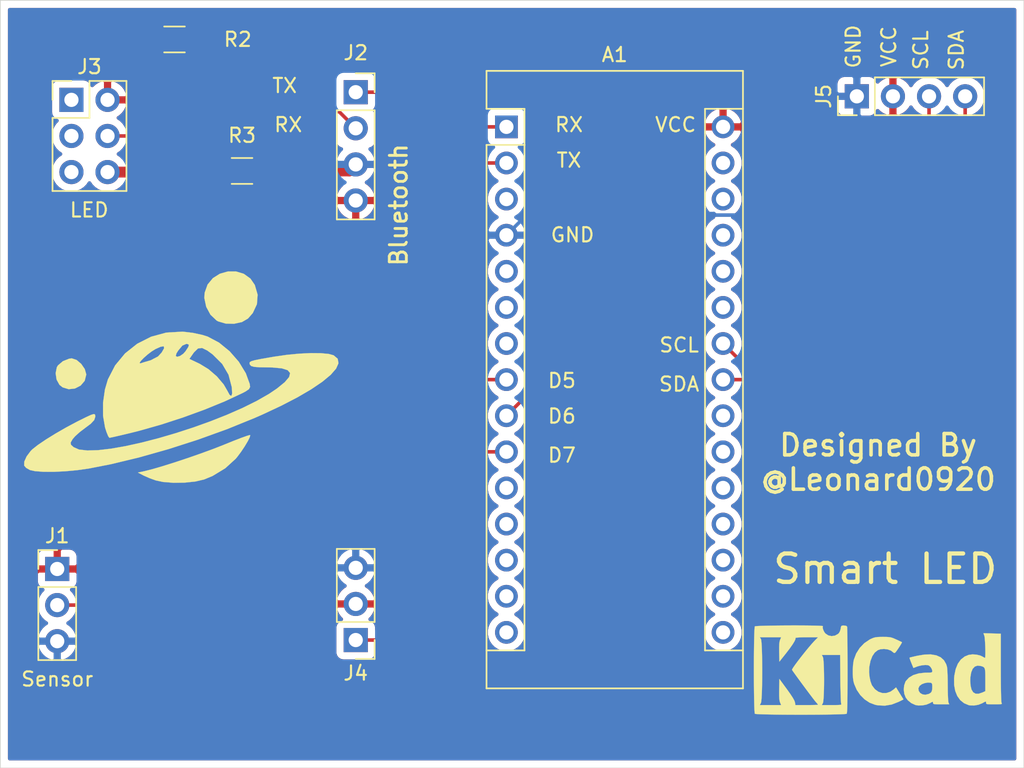
<source format=kicad_pcb>
(kicad_pcb (version 20171130) (host pcbnew "(5.1.9)-1")

  (general
    (thickness 1.6)
    (drawings 25)
    (tracks 64)
    (zones 0)
    (modules 10)
    (nets 39)
  )

  (page A4)
  (layers
    (0 F.Cu signal)
    (31 B.Cu signal)
    (32 B.Adhes user)
    (33 F.Adhes user)
    (34 B.Paste user)
    (35 F.Paste user)
    (36 B.SilkS user)
    (37 F.SilkS user)
    (38 B.Mask user)
    (39 F.Mask user)
    (40 Dwgs.User user)
    (41 Cmts.User user)
    (42 Eco1.User user)
    (43 Eco2.User user)
    (44 Edge.Cuts user)
    (45 Margin user)
    (46 B.CrtYd user)
    (47 F.CrtYd user)
    (48 B.Fab user)
    (49 F.Fab user)
  )

  (setup
    (last_trace_width 0.25)
    (user_trace_width 0.254)
    (user_trace_width 0.762)
    (trace_clearance 0.2)
    (zone_clearance 0.508)
    (zone_45_only no)
    (trace_min 0.2)
    (via_size 0.8)
    (via_drill 0.4)
    (via_min_size 0.4)
    (via_min_drill 0.3)
    (uvia_size 0.3)
    (uvia_drill 0.1)
    (uvias_allowed no)
    (uvia_min_size 0.2)
    (uvia_min_drill 0.1)
    (edge_width 0.05)
    (segment_width 0.2)
    (pcb_text_width 0.3)
    (pcb_text_size 1.5 1.5)
    (mod_edge_width 0.12)
    (mod_text_size 1 1)
    (mod_text_width 0.15)
    (pad_size 1.7 1.7)
    (pad_drill 1)
    (pad_to_mask_clearance 0)
    (aux_axis_origin 0 0)
    (visible_elements 7FFEFBFF)
    (pcbplotparams
      (layerselection 0x010fc_ffffffff)
      (usegerberextensions true)
      (usegerberattributes true)
      (usegerberadvancedattributes true)
      (creategerberjobfile false)
      (excludeedgelayer true)
      (linewidth 0.100000)
      (plotframeref false)
      (viasonmask false)
      (mode 1)
      (useauxorigin false)
      (hpglpennumber 1)
      (hpglpenspeed 20)
      (hpglpendiameter 15.000000)
      (psnegative false)
      (psa4output false)
      (plotreference true)
      (plotvalue true)
      (plotinvisibletext false)
      (padsonsilk false)
      (subtractmaskfromsilk false)
      (outputformat 1)
      (mirror false)
      (drillshape 0)
      (scaleselection 1)
      (outputdirectory "./"))
  )

  (net 0 "")
  (net 1 "Net-(A1-Pad16)")
  (net 2 "Net-(A1-Pad15)")
  (net 3 /VCC)
  (net 4 "Net-(A1-Pad14)")
  (net 5 "Net-(A1-Pad29)")
  (net 6 "Net-(A1-Pad13)")
  (net 7 "Net-(A1-Pad28)")
  (net 8 "Net-(A1-Pad12)")
  (net 9 "Net-(A1-Pad27)")
  (net 10 "Net-(A1-Pad11)")
  (net 11 "Net-(A1-Pad26)")
  (net 12 "Net-(A1-Pad10)")
  (net 13 "Net-(A1-Pad25)")
  (net 14 "Net-(A1-Pad9)")
  (net 15 /SCL)
  (net 16 "Net-(A1-Pad8)")
  (net 17 /SDA)
  (net 18 "Net-(A1-Pad7)")
  (net 19 "Net-(A1-Pad22)")
  (net 20 "Net-(A1-Pad6)")
  (net 21 "Net-(A1-Pad21)")
  (net 22 "Net-(A1-Pad5)")
  (net 23 "Net-(A1-Pad20)")
  (net 24 /GND)
  (net 25 "Net-(A1-Pad19)")
  (net 26 "Net-(A1-Pad3)")
  (net 27 "Net-(A1-Pad18)")
  (net 28 /RX)
  (net 29 "Net-(A1-Pad17)")
  (net 30 /TX)
  (net 31 "Net-(J3-Pad6)")
  (net 32 "Net-(J3-Pad5)")
  (net 33 "Net-(J3-Pad3)")
  (net 34 "Net-(J3-Pad1)")
  (net 35 "Net-(J2-Pad4)")
  (net 36 "Net-(J2-Pad3)")
  (net 37 "Net-(J2-Pad2)")
  (net 38 "Net-(J2-Pad1)")

  (net_class Default "This is the default net class."
    (clearance 0.2)
    (trace_width 0.25)
    (via_dia 0.8)
    (via_drill 0.4)
    (uvia_dia 0.3)
    (uvia_drill 0.1)
    (add_net /GND)
    (add_net /RX)
    (add_net /SCL)
    (add_net /SDA)
    (add_net /TX)
    (add_net /VCC)
    (add_net "Net-(A1-Pad10)")
    (add_net "Net-(A1-Pad11)")
    (add_net "Net-(A1-Pad12)")
    (add_net "Net-(A1-Pad13)")
    (add_net "Net-(A1-Pad14)")
    (add_net "Net-(A1-Pad15)")
    (add_net "Net-(A1-Pad16)")
    (add_net "Net-(A1-Pad17)")
    (add_net "Net-(A1-Pad18)")
    (add_net "Net-(A1-Pad19)")
    (add_net "Net-(A1-Pad20)")
    (add_net "Net-(A1-Pad21)")
    (add_net "Net-(A1-Pad22)")
    (add_net "Net-(A1-Pad25)")
    (add_net "Net-(A1-Pad26)")
    (add_net "Net-(A1-Pad27)")
    (add_net "Net-(A1-Pad28)")
    (add_net "Net-(A1-Pad29)")
    (add_net "Net-(A1-Pad3)")
    (add_net "Net-(A1-Pad5)")
    (add_net "Net-(A1-Pad6)")
    (add_net "Net-(A1-Pad7)")
    (add_net "Net-(A1-Pad8)")
    (add_net "Net-(A1-Pad9)")
    (add_net "Net-(J2-Pad1)")
    (add_net "Net-(J2-Pad2)")
    (add_net "Net-(J2-Pad3)")
    (add_net "Net-(J2-Pad4)")
    (add_net "Net-(J3-Pad1)")
    (add_net "Net-(J3-Pad3)")
    (add_net "Net-(J3-Pad5)")
    (add_net "Net-(J3-Pad6)")
  )

  (module SmartLight:saturn (layer F.Cu) (tedit 0) (tstamp 600B8A5C)
    (at 104.775 84.455)
    (fp_text reference G*** (at 0 0) (layer F.SilkS) hide
      (effects (font (size 1.524 1.524) (thickness 0.3)))
    )
    (fp_text value LOGO (at 0.75 0) (layer F.SilkS) hide
      (effects (font (size 1.524 1.524) (thickness 0.3)))
    )
    (fp_poly (pts (xy 4.800154 4.12282) (xy 4.777174 4.261754) (xy 4.638059 4.54493) (xy 4.418882 4.913247)
      (xy 4.155714 5.307604) (xy 3.88463 5.668897) (xy 3.781989 5.790999) (xy 3.048698 6.459195)
      (xy 2.158723 7.000029) (xy 1.565469 7.246579) (xy 0.947479 7.391971) (xy 0.192495 7.471296)
      (xy -0.600991 7.482553) (xy -1.334487 7.42374) (xy -1.8415 7.315819) (xy -2.273499 7.159537)
      (xy -2.673153 6.984258) (xy -2.723106 6.958755) (xy -3.096711 6.76188) (xy -2.659606 6.668931)
      (xy -2.111144 6.531872) (xy -1.383976 6.320561) (xy -0.535601 6.054144) (xy 0.376482 5.751765)
      (xy 1.294772 5.432569) (xy 2.161772 5.115701) (xy 2.919981 4.820305) (xy 3.038474 4.771717)
      (xy 3.64545 4.525734) (xy 4.165093 4.325021) (xy 4.55458 4.185353) (xy 4.771088 4.122502)
      (xy 4.800154 4.12282)) (layer F.SilkS) (width 0.01))
    (fp_poly (pts (xy 9.771211 -1.634556) (xy 10.323837 -1.582685) (xy 10.668 -1.487436) (xy 10.956003 -1.244161)
      (xy 11.011681 -0.929073) (xy 10.844107 -0.549371) (xy 10.462353 -0.112256) (xy 9.875493 0.375074)
      (xy 9.0926 0.905418) (xy 8.122745 1.471578) (xy 6.975003 2.066352) (xy 5.658445 2.682542)
      (xy 5.109421 2.923554) (xy 3.176183 3.707836) (xy 1.133333 4.445111) (xy -0.953417 5.11535)
      (xy -3.018355 5.698523) (xy -4.995771 6.174602) (xy -6.559682 6.480279) (xy -7.37751 6.596149)
      (xy -8.220664 6.673909) (xy -9.032819 6.712102) (xy -9.757652 6.709272) (xy -10.338838 6.663963)
      (xy -10.688827 6.587031) (xy -10.963571 6.432119) (xy -11.100678 6.271513) (xy -11.09139 5.99071)
      (xy -10.927003 5.624392) (xy -10.646883 5.25044) (xy -10.521317 5.125306) (xy -10.136447 4.821255)
      (xy -9.576921 4.442057) (xy -8.897566 4.021434) (xy -8.153214 3.593109) (xy -7.398692 3.190801)
      (xy -7.27075 3.126116) (xy -6.745264 2.865157) (xy -6.405753 2.708967) (xy -6.211627 2.647493)
      (xy -6.122297 2.67068) (xy -6.097173 2.768474) (xy -6.096 2.835115) (xy -6.169748 3.065939)
      (xy -6.41347 3.327991) (xy -6.786349 3.608242) (xy -7.184373 3.909968) (xy -7.520208 4.212957)
      (xy -7.693072 4.413931) (xy -7.830211 4.655221) (xy -7.805791 4.807892) (xy -7.623653 4.975579)
      (xy -7.242869 5.142315) (xy -6.659169 5.210369) (xy -5.900164 5.187704) (xy -4.993464 5.082286)
      (xy -3.96668 4.902078) (xy -2.847423 4.655045) (xy -1.663303 4.349151) (xy -0.441932 3.99236)
      (xy 0.789081 3.592637) (xy 2.002125 3.157945) (xy 3.169589 2.69625) (xy 4.263863 2.215516)
      (xy 5.257335 1.723707) (xy 6.122396 1.228786) (xy 6.687973 0.847381) (xy 7.231884 0.403286)
      (xy 7.53898 0.043274) (xy 7.607609 -0.236329) (xy 7.43612 -0.439199) (xy 7.022863 -0.569007)
      (xy 6.366186 -0.62943) (xy 6.021814 -0.635) (xy 5.444787 -0.643437) (xy 5.075767 -0.673519)
      (xy 4.869175 -0.732406) (xy 4.77943 -0.827254) (xy 4.778228 -0.830308) (xy 4.749556 -0.930053)
      (xy 4.775263 -1.007801) (xy 4.891008 -1.075124) (xy 5.132449 -1.143592) (xy 5.535245 -1.224776)
      (xy 6.135053 -1.330246) (xy 6.52137 -1.395941) (xy 7.391805 -1.520349) (xy 8.256232 -1.602308)
      (xy 9.065688 -1.640737) (xy 9.771211 -1.634556)) (layer F.SilkS) (width 0.01))
    (fp_poly (pts (xy 0.106166 -3.144061) (xy 0.770666 -3.063754) (xy 1.430676 -2.921588) (xy 1.814141 -2.800107)
      (xy 2.607645 -2.379668) (xy 3.353202 -1.770866) (xy 3.998996 -1.032141) (xy 4.49321 -0.221931)
      (xy 4.768354 0.531662) (xy 4.792866 0.741236) (xy 4.711855 0.896383) (xy 4.476561 1.056616)
      (xy 4.234487 1.183266) (xy 3.007368 1.75534) (xy 1.599939 2.330739) (xy 0.084216 2.88368)
      (xy -1.467783 3.388375) (xy -2.984043 3.819041) (xy -3.470331 3.941995) (xy -4.064819 4.085402)
      (xy -4.568547 4.203603) (xy -4.930901 4.284954) (xy -5.101268 4.317814) (xy -5.105017 4.318)
      (xy -5.188034 4.206458) (xy -5.306559 3.917156) (xy -5.409057 3.598541) (xy -5.550265 2.777931)
      (xy -5.551357 1.850413) (xy -5.418251 0.916902) (xy -5.210299 0.210353) (xy -4.701872 -0.775369)
      (xy -4.558409 -0.948613) (xy -2.985753 -0.948613) (xy -2.929476 -0.916045) (xy -2.897194 -0.925874)
      (xy -2.636391 -1.008973) (xy -2.26953 -1.115866) (xy -2.198694 -1.135591) (xy -2.013568 -1.232119)
      (xy 0.523658 -1.232119) (xy 1.246079 -0.889204) (xy 1.869412 -0.508445) (xy 2.45858 0.000929)
      (xy 2.937985 0.565645) (xy 3.183106 0.988323) (xy 3.354575 1.303324) (xy 3.473499 1.375817)
      (xy 3.529491 1.213773) (xy 3.512168 0.825159) (xy 3.502043 0.743575) (xy 3.274628 -0.121417)
      (xy 2.829765 -0.880118) (xy 2.155845 -1.54984) (xy 1.781491 -1.822308) (xy 1.413573 -2.00283)
      (xy 1.123535 -1.963932) (xy 0.847034 -1.692977) (xy 0.801579 -1.629865) (xy 0.523658 -1.232119)
      (xy -2.013568 -1.232119) (xy -1.684091 -1.403913) (xy -1.653238 -1.437384) (xy -0.436714 -1.437384)
      (xy -0.333768 -1.381371) (xy -0.13882 -1.437303) (xy 0.088084 -1.591275) (xy 0.245352 -1.765856)
      (xy 0.446513 -2.071713) (xy 0.489725 -2.228665) (xy 0.379806 -2.282801) (xy 0.29975 -2.286)
      (xy 0.032731 -2.170758) (xy -0.264108 -1.818604) (xy -0.387613 -1.61925) (xy -0.436714 -1.437384)
      (xy -1.653238 -1.437384) (xy -1.427723 -1.682032) (xy -1.256934 -1.981225) (xy -1.276247 -2.117367)
      (xy -1.488566 -2.09207) (xy -1.863764 -1.924053) (xy -2.135277 -1.755843) (xy -2.425233 -1.533626)
      (xy -2.691631 -1.297971) (xy -2.892471 -1.089444) (xy -2.985753 -0.948613) (xy -4.558409 -0.948613)
      (xy -4.003569 -1.618625) (xy -3.148543 -2.298496) (xy -2.169949 -2.794064) (xy -1.100938 -3.084412)
      (xy 0.025335 -3.148621) (xy 0.106166 -3.144061)) (layer F.SilkS) (width 0.01))
    (fp_poly (pts (xy -7.414164 -1.160372) (xy -7.087842 -0.884014) (xy -6.836796 -0.519715) (xy -6.731207 -0.146262)
      (xy -6.731 -0.130997) (xy -6.84076 0.308725) (xy -7.126809 0.643628) (xy -7.524303 0.848708)
      (xy -7.968395 0.898958) (xy -8.394241 0.769375) (xy -8.613863 0.595064) (xy -8.818946 0.227141)
      (xy -8.885865 -0.222747) (xy -8.805051 -0.639099) (xy -8.727211 -0.773006) (xy -8.374242 -1.073116)
      (xy -7.929341 -1.249964) (xy -7.74558 -1.27) (xy -7.414164 -1.160372)) (layer F.SilkS) (width 0.01))
    (fp_poly (pts (xy 4.349391 -7.220241) (xy 4.816821 -6.883057) (xy 5.124516 -6.435568) (xy 5.323188 -5.750356)
      (xy 5.273955 -5.081762) (xy 4.982626 -4.458467) (xy 4.645827 -4.071979) (xy 4.218434 -3.823914)
      (xy 3.663252 -3.703678) (xy 3.075346 -3.717235) (xy 2.549782 -3.870545) (xy 2.43611 -3.933385)
      (xy 2.005932 -4.3399) (xy 1.706174 -4.89512) (xy 1.574888 -5.511142) (xy 1.593793 -5.879254)
      (xy 1.802635 -6.4647) (xy 2.176872 -6.915644) (xy 2.667584 -7.224378) (xy 3.225854 -7.383194)
      (xy 3.802762 -7.384385) (xy 4.349391 -7.220241)) (layer F.SilkS) (width 0.01))
  )

  (module SmartLight:kicad (layer F.Cu) (tedit 0) (tstamp 600B831B)
    (at 153.67 104.775)
    (fp_text reference G*** (at 0 0) (layer F.SilkS) hide
      (effects (font (size 1.524 1.524) (thickness 0.3)))
    )
    (fp_text value LOGO (at 0.75 0) (layer F.SilkS) hide
      (effects (font (size 1.524 1.524) (thickness 0.3)))
    )
    (fp_poly (pts (xy -5.452841 -2.801739) (xy -5.055564 -2.799516) (xy -4.692261 -2.795552) (xy -4.375203 -2.789805)
      (xy -4.116662 -2.782235) (xy -3.928907 -2.772802) (xy -3.824211 -2.761466) (xy -3.80671 -2.752671)
      (xy -3.822053 -2.644016) (xy -3.784045 -2.492693) (xy -3.70565 -2.335725) (xy -3.624805 -2.233189)
      (xy -3.424743 -2.100463) (xy -3.193338 -2.051894) (xy -2.958282 -2.086414) (xy -2.74727 -2.202957)
      (xy -2.678158 -2.269639) (xy -2.609199 -2.39083) (xy -2.56023 -2.553833) (xy -2.5547 -2.587814)
      (xy -2.530599 -2.722059) (xy -2.486148 -2.782539) (xy -2.390328 -2.798612) (xy -2.331374 -2.799184)
      (xy -2.170134 -2.775949) (xy -2.104934 -2.717189) (xy -2.099172 -2.651558) (xy -2.093752 -2.491725)
      (xy -2.088769 -2.247161) (xy -2.08432 -1.927339) (xy -2.080504 -1.54173) (xy -2.077415 -1.099806)
      (xy -2.075153 -0.611037) (xy -2.073812 -0.084895) (xy -2.073469 0.356729) (xy -2.074014 1.030787)
      (xy -2.075728 1.607106) (xy -2.078731 2.091617) (xy -2.083146 2.490248) (xy -2.089093 2.808931)
      (xy -2.096692 3.053594) (xy -2.106064 3.230167) (xy -2.11733 3.34458) (xy -2.130611 3.402763)
      (xy -2.135673 3.410857) (xy -2.199923 3.424348) (xy -2.356881 3.436334) (xy -2.595593 3.446815)
      (xy -2.905107 3.455791) (xy -3.274468 3.463261) (xy -3.692722 3.469227) (xy -4.148915 3.473687)
      (xy -4.632094 3.476643) (xy -5.131304 3.478093) (xy -5.635592 3.478038) (xy -6.134004 3.476478)
      (xy -6.615586 3.473413) (xy -7.069384 3.468843) (xy -7.484444 3.462768) (xy -7.849813 3.455187)
      (xy -8.154536 3.446102) (xy -8.387659 3.435511) (xy -8.538229 3.423415) (xy -8.594531 3.410857)
      (xy -8.608346 3.346292) (xy -8.620578 3.189305) (xy -8.631226 2.951137) (xy -8.64029 2.643025)
      (xy -8.64777 2.276211) (xy -8.653666 1.861933) (xy -8.657979 1.411431) (xy -8.660707 0.935945)
      (xy -8.661852 0.446715) (xy -8.661413 -0.045021) (xy -8.659391 -0.528022) (xy -8.655784 -0.991049)
      (xy -8.650594 -1.422862) (xy -8.64382 -1.812222) (xy -8.639897 -1.969796) (xy -8.247919 -1.969796)
      (xy -8.167225 -1.854589) (xy -8.144931 -1.770986) (xy -8.125767 -1.597397) (xy -8.109739 -1.347459)
      (xy -8.096851 -1.034812) (xy -8.087109 -0.673096) (xy -8.080517 -0.275948) (xy -8.07708 0.142991)
      (xy -8.076803 0.570083) (xy -8.079691 0.991688) (xy -8.085749 1.394167) (xy -8.094981 1.763882)
      (xy -8.107393 2.087193) (xy -8.122989 2.350461) (xy -8.141774 2.540047) (xy -8.163754 2.642312)
      (xy -8.165617 2.646247) (xy -8.244703 2.799183) (xy -6.744066 2.799183) (xy -6.820588 2.616038)
      (xy -6.853574 2.505986) (xy -6.874533 2.352676) (xy -6.884654 2.138524) (xy -6.885124 1.84595)
      (xy -6.882739 1.695936) (xy -6.868367 0.958979) (xy -6.337127 1.684694) (xy -6.101387 2.015313)
      (xy -5.931285 2.274021) (xy -5.823469 2.466288) (xy -5.774585 2.597587) (xy -5.773257 2.604796)
      (xy -5.740627 2.799183) (xy -4.943783 2.799183) (xy -4.669637 2.79779) (xy -4.43623 2.793945)
      (xy -4.261261 2.788153) (xy -4.16243 2.78092) (xy -4.146939 2.776464) (xy -4.178899 2.728249)
      (xy -4.259635 2.632785) (xy -4.305597 2.582076) (xy -4.370528 2.503326) (xy -4.48548 2.355402)
      (xy -4.639546 2.153011) (xy -4.821822 1.910862) (xy -5.021401 1.643661) (xy -5.227376 1.366117)
      (xy -5.428843 1.092936) (xy -5.614895 0.838827) (xy -5.774625 0.618497) (xy -5.897129 0.446653)
      (xy -5.9715 0.338003) (xy -5.981838 0.321535) (xy -5.961809 0.264602) (xy -5.885116 0.141451)
      (xy -5.76192 -0.034874) (xy -5.602385 -0.251332) (xy -5.416674 -0.49488) (xy -5.235905 -0.725715)
      (xy -3.881607 -0.725715) (xy -3.807245 -0.583164) (xy -3.782852 -0.48328) (xy -3.762775 -0.296649)
      (xy -3.747013 -0.04011) (xy -3.735567 0.2695) (xy -3.728438 0.615344) (xy -3.725624 0.980584)
      (xy -3.727126 1.348384) (xy -3.732944 1.701905) (xy -3.743078 2.02431) (xy -3.757527 2.298761)
      (xy -3.776293 2.508422) (xy -3.799374 2.636455) (xy -3.807245 2.656632) (xy -3.881607 2.799183)
      (xy -3.179339 2.799183) (xy -2.898089 2.798273) (xy -2.705551 2.794167) (xy -2.586773 2.784803)
      (xy -2.5268 2.768119) (xy -2.510678 2.742052) (xy -2.521495 2.708469) (xy -2.532739 2.635997)
      (xy -2.543826 2.472972) (xy -2.554319 2.232514) (xy -2.563781 1.927744) (xy -2.571773 1.571782)
      (xy -2.577859 1.177747) (xy -2.580265 0.94602) (xy -2.594613 -0.725715) (xy -3.881607 -0.725715)
      (xy -5.235905 -0.725715) (xy -5.214949 -0.752474) (xy -5.007373 -1.011071) (xy -4.804109 -1.25763)
      (xy -4.61532 -1.479107) (xy -4.451169 -1.662459) (xy -4.368609 -1.748868) (xy -4.149667 -1.969796)
      (xy -4.954831 -1.969796) (xy -5.228815 -1.967073) (xy -5.458868 -1.959549) (xy -5.628344 -1.948191)
      (xy -5.720602 -1.933966) (xy -5.732086 -1.924636) (xy -5.736261 -1.838547) (xy -5.806962 -1.683566)
      (xy -5.939943 -1.466562) (xy -6.130956 -1.194403) (xy -6.375756 -0.873958) (xy -6.402929 -0.83965)
      (xy -6.868367 -0.25379) (xy -6.882818 -0.92846) (xy -6.885781 -1.249643) (xy -6.877946 -1.485892)
      (xy -6.857988 -1.655512) (xy -6.82458 -1.776809) (xy -6.820667 -1.786463) (xy -6.744066 -1.969796)
      (xy -8.247919 -1.969796) (xy -8.639897 -1.969796) (xy -8.635462 -2.147888) (xy -8.62552 -2.418623)
      (xy -8.613994 -2.613185) (xy -8.600885 -2.720336) (xy -8.594531 -2.73698) (xy -8.532426 -2.749969)
      (xy -8.381584 -2.761618) (xy -8.154275 -2.771887) (xy -7.862772 -2.780735) (xy -7.519345 -2.788122)
      (xy -7.136265 -2.794008) (xy -6.725804 -2.798353) (xy -6.300232 -2.801117) (xy -5.871821 -2.802259)
      (xy -5.452841 -2.801739)) (layer F.SilkS) (width 0.01))
    (fp_poly (pts (xy 0.667699 -1.993367) (xy 0.851023 -1.98199) (xy 0.998629 -1.955083) (xy 1.144479 -1.906145)
      (xy 1.322534 -1.828676) (xy 1.347755 -1.817119) (xy 1.529087 -1.733249) (xy 1.670613 -1.666719)
      (xy 1.748809 -1.628626) (xy 1.756585 -1.624275) (xy 1.74098 -1.577661) (xy 1.680837 -1.470828)
      (xy 1.59191 -1.327896) (xy 1.489955 -1.172984) (xy 1.390727 -1.030212) (xy 1.309982 -0.923698)
      (xy 1.272625 -0.883403) (xy 1.197284 -0.861499) (xy 1.138102 -0.909922) (xy 0.975244 -1.034807)
      (xy 0.749672 -1.116241) (xy 0.494896 -1.149365) (xy 0.244425 -1.129318) (xy 0.059102 -1.066411)
      (xy -0.156075 -0.898319) (xy -0.33073 -0.641984) (xy -0.460467 -0.306337) (xy -0.540891 0.09969)
      (xy -0.548707 0.168805) (xy -0.557154 0.480692) (xy -0.526757 0.809632) (xy -0.463403 1.119025)
      (xy -0.372979 1.372272) (xy -0.347175 1.421918) (xy -0.147968 1.683682) (xy 0.095966 1.861307)
      (xy 0.368768 1.951834) (xy 0.654577 1.952301) (xy 0.937533 1.85975) (xy 1.165669 1.704236)
      (xy 1.337548 1.553324) (xy 1.599362 1.977641) (xy 1.861176 2.401959) (xy 1.513751 2.574117)
      (xy 1.035468 2.759239) (xy 0.555969 2.84086) (xy 0.073863 2.819151) (xy -0.13563 2.777838)
      (xy -0.518841 2.63342) (xy -0.870457 2.401158) (xy -1.177374 2.095218) (xy -1.426487 1.729767)
      (xy -1.604693 1.318972) (xy -1.655637 1.134614) (xy -1.690437 0.897496) (xy -1.706482 0.59643)
      (xy -1.704382 0.269317) (xy -1.684747 -0.045942) (xy -1.648186 -0.311447) (xy -1.631151 -0.386964)
      (xy -1.466471 -0.825357) (xy -1.218208 -1.218715) (xy -0.898835 -1.55181) (xy -0.520829 -1.809414)
      (xy -0.42779 -1.855969) (xy -0.277718 -1.920864) (xy -0.141492 -1.962064) (xy 0.012296 -1.984777)
      (xy 0.21506 -1.994214) (xy 0.414694 -1.995715) (xy 0.667699 -1.993367)) (layer F.SilkS) (width 0.01))
    (fp_poly (pts (xy 4.168156 -0.700182) (xy 4.472961 -0.564059) (xy 4.706073 -0.356473) (xy 4.86544 -0.078192)
      (xy 4.920677 0.103673) (xy 4.937003 0.226832) (xy 4.951425 0.433648) (xy 4.96311 0.704111)
      (xy 4.971224 1.01821) (xy 4.974932 1.355934) (xy 4.975059 1.409176) (xy 4.977832 1.74046)
      (xy 4.984833 2.043389) (xy 4.995295 2.30008) (xy 5.008448 2.492647) (xy 5.023523 2.603206)
      (xy 5.02688 2.61438) (xy 5.077434 2.747347) (xy 4.508513 2.747347) (xy 4.259433 2.746207)
      (xy 4.09605 2.740559) (xy 4.000392 2.72706) (xy 3.954488 2.702364) (xy 3.940367 2.663129)
      (xy 3.939592 2.641488) (xy 3.934347 2.582136) (xy 3.903432 2.568956) (xy 3.824074 2.604566)
      (xy 3.714905 2.667304) (xy 3.474398 2.766244) (xy 3.188254 2.822141) (xy 2.90285 2.829158)
      (xy 2.702962 2.794669) (xy 2.412868 2.661382) (xy 2.165614 2.46183) (xy 2.017908 2.266947)
      (xy 1.918448 2.007578) (xy 1.882146 1.71253) (xy 1.890666 1.617703) (xy 2.911348 1.617703)
      (xy 2.927581 1.790884) (xy 3.030093 1.946233) (xy 3.200473 2.047934) (xy 3.412464 2.072328)
      (xy 3.636014 2.017027) (xy 3.676701 1.997631) (xy 3.789348 1.922995) (xy 3.853834 1.825601)
      (xy 3.882443 1.676756) (xy 3.887755 1.504645) (xy 3.881456 1.350932) (xy 3.853547 1.270115)
      (xy 3.790508 1.231733) (xy 3.763227 1.224066) (xy 3.574202 1.213687) (xy 3.348292 1.254642)
      (xy 3.150618 1.329776) (xy 2.987053 1.457047) (xy 2.911348 1.617703) (xy 1.890666 1.617703)
      (xy 1.90859 1.418238) (xy 1.997366 1.161137) (xy 2.031102 1.104129) (xy 2.249232 0.867365)
      (xy 2.548247 0.689775) (xy 2.922353 0.573655) (xy 3.365759 0.521298) (xy 3.50987 0.518367)
      (xy 3.704256 0.516558) (xy 3.817106 0.506186) (xy 3.870553 0.479829) (xy 3.886727 0.430066)
      (xy 3.887755 0.391666) (xy 3.854555 0.26743) (xy 3.773517 0.132827) (xy 3.762481 0.119523)
      (xy 3.673977 0.03271) (xy 3.577864 -0.009129) (xy 3.433886 -0.019848) (xy 3.360747 -0.018708)
      (xy 3.138749 0.006473) (xy 2.904115 0.061439) (xy 2.822053 0.089179) (xy 2.55982 0.189855)
      (xy 2.413413 -0.16599) (xy 2.345448 -0.339085) (xy 2.300078 -0.470243) (xy 2.285728 -0.53475)
      (xy 2.28687 -0.537231) (xy 2.342573 -0.55412) (xy 2.477719 -0.587779) (xy 2.67045 -0.632918)
      (xy 2.844098 -0.672114) (xy 3.351673 -0.754977) (xy 3.793709 -0.764077) (xy 4.168156 -0.700182)) (layer F.SilkS) (width 0.01))
    (fp_poly (pts (xy 8.708572 -2.222884) (xy 8.708572 0.161966) (xy 8.709771 0.795358) (xy 8.713331 1.340493)
      (xy 8.719195 1.79474) (xy 8.727306 2.155466) (xy 8.737607 2.420038) (xy 8.750041 2.585824)
      (xy 8.762232 2.647081) (xy 8.780428 2.69077) (xy 8.768334 2.719492) (xy 8.709764 2.736376)
      (xy 8.588531 2.744554) (xy 8.388448 2.747157) (xy 8.243865 2.747347) (xy 7.993853 2.746161)
      (xy 7.829613 2.74044) (xy 7.733249 2.726943) (xy 7.686869 2.702425) (xy 7.672577 2.663644)
      (xy 7.671837 2.643673) (xy 7.669657 2.575844) (xy 7.648939 2.549933) (xy 7.588415 2.568203)
      (xy 7.466816 2.63292) (xy 7.39477 2.673181) (xy 7.135427 2.776196) (xy 6.839669 2.829114)
      (xy 6.555634 2.825168) (xy 6.453674 2.805523) (xy 6.125206 2.669034) (xy 5.854455 2.451533)
      (xy 5.645036 2.160443) (xy 5.500567 1.80319) (xy 5.424662 1.3872) (xy 5.422072 1.06197)
      (xy 6.559739 1.06197) (xy 6.581188 1.433607) (xy 6.650011 1.71318) (xy 6.766508 1.900993)
      (xy 6.930976 1.997352) (xy 7.143714 2.002561) (xy 7.399694 1.919355) (xy 7.62 1.819354)
      (xy 7.62 1.019698) (xy 7.619027 0.699107) (xy 7.612594 0.466129) (xy 7.595429 0.304702)
      (xy 7.56226 0.198765) (xy 7.507814 0.132257) (xy 7.426822 0.089117) (xy 7.31401 0.053283)
      (xy 7.30162 0.049726) (xy 7.06822 0.024463) (xy 6.876406 0.092377) (xy 6.728086 0.25086)
      (xy 6.62517 0.497307) (xy 6.569569 0.829113) (xy 6.559739 1.06197) (xy 5.422072 1.06197)
      (xy 5.42094 0.919897) (xy 5.439981 0.724168) (xy 5.533046 0.266225) (xy 5.686613 -0.111431)
      (xy 5.899369 -0.406902) (xy 6.169998 -0.618291) (xy 6.448703 -0.731575) (xy 6.708691 -0.766745)
      (xy 6.993617 -0.750202) (xy 7.257387 -0.687128) (xy 7.392522 -0.625495) (xy 7.511617 -0.558248)
      (xy 7.587524 -0.521002) (xy 7.597045 -0.518368) (xy 7.612025 -0.566468) (xy 7.620434 -0.69633)
      (xy 7.622919 -0.88629) (xy 7.62013 -1.11469) (xy 7.612717 -1.359866) (xy 7.601329 -1.600159)
      (xy 7.586616 -1.813908) (xy 7.569227 -1.979451) (xy 7.550421 -2.07347) (xy 7.485392 -2.254898)
      (xy 8.708572 -2.222884)) (layer F.SilkS) (width 0.01))
  )

  (module Connector_PinSocket_2.54mm:PinSocket_1x04_P2.54mm_Vertical (layer F.Cu) (tedit 5A19A429) (tstamp 60072A9D)
    (at 117 64.46)
    (descr "Through hole straight socket strip, 1x04, 2.54mm pitch, single row (from Kicad 4.0.7), script generated")
    (tags "Through hole socket strip THT 1x04 2.54mm single row")
    (path /6006D739)
    (fp_text reference J2 (at 0 -2.77) (layer F.SilkS)
      (effects (font (size 1 1) (thickness 0.15)))
    )
    (fp_text value Conn_01x04_Female (at 0 10.39) (layer F.Fab)
      (effects (font (size 1 1) (thickness 0.15)))
    )
    (fp_line (start -1.8 9.4) (end -1.8 -1.8) (layer F.CrtYd) (width 0.05))
    (fp_line (start 1.75 9.4) (end -1.8 9.4) (layer F.CrtYd) (width 0.05))
    (fp_line (start 1.75 -1.8) (end 1.75 9.4) (layer F.CrtYd) (width 0.05))
    (fp_line (start -1.8 -1.8) (end 1.75 -1.8) (layer F.CrtYd) (width 0.05))
    (fp_line (start 0 -1.33) (end 1.33 -1.33) (layer F.SilkS) (width 0.12))
    (fp_line (start 1.33 -1.33) (end 1.33 0) (layer F.SilkS) (width 0.12))
    (fp_line (start 1.33 1.27) (end 1.33 8.95) (layer F.SilkS) (width 0.12))
    (fp_line (start -1.33 8.95) (end 1.33 8.95) (layer F.SilkS) (width 0.12))
    (fp_line (start -1.33 1.27) (end -1.33 8.95) (layer F.SilkS) (width 0.12))
    (fp_line (start -1.33 1.27) (end 1.33 1.27) (layer F.SilkS) (width 0.12))
    (fp_line (start -1.27 8.89) (end -1.27 -1.27) (layer F.Fab) (width 0.1))
    (fp_line (start 1.27 8.89) (end -1.27 8.89) (layer F.Fab) (width 0.1))
    (fp_line (start 1.27 -0.635) (end 1.27 8.89) (layer F.Fab) (width 0.1))
    (fp_line (start 0.635 -1.27) (end 1.27 -0.635) (layer F.Fab) (width 0.1))
    (fp_line (start -1.27 -1.27) (end 0.635 -1.27) (layer F.Fab) (width 0.1))
    (fp_text user %R (at 0 3.81 90) (layer F.Fab)
      (effects (font (size 1 1) (thickness 0.15)))
    )
    (pad 4 thru_hole oval (at 0 7.62) (size 1.7 1.7) (drill 1) (layers *.Cu *.Mask)
      (net 35 "Net-(J2-Pad4)"))
    (pad 3 thru_hole oval (at 0 5.08) (size 1.7 1.7) (drill 1) (layers *.Cu *.Mask)
      (net 36 "Net-(J2-Pad3)"))
    (pad 2 thru_hole oval (at 0 2.54) (size 1.7 1.7) (drill 1) (layers *.Cu *.Mask)
      (net 37 "Net-(J2-Pad2)"))
    (pad 1 thru_hole rect (at 0 0) (size 1.7 1.7) (drill 1) (layers *.Cu *.Mask)
      (net 38 "Net-(J2-Pad1)"))
    (model ${KISYS3DMOD}/Connector_PinSocket_2.54mm.3dshapes/PinSocket_1x04_P2.54mm_Vertical.wrl
      (at (xyz 0 0 0))
      (scale (xyz 1 1 1))
      (rotate (xyz 0 0 0))
    )
  )

  (module Module:Arduino_Nano (layer F.Cu) (tedit 58ACAF70) (tstamp 60072A5D)
    (at 127.6 66.9)
    (descr "Arduino Nano, http://www.mouser.com/pdfdocs/Gravitech_Arduino_Nano3_0.pdf")
    (tags "Arduino Nano")
    (path /6006A8EA)
    (fp_text reference A1 (at 7.62 -5.08) (layer F.SilkS)
      (effects (font (size 1 1) (thickness 0.15)))
    )
    (fp_text value Arduino_Nano_v3.x (at 8.89 19.05 90) (layer F.Fab)
      (effects (font (size 1 1) (thickness 0.15)))
    )
    (fp_line (start 16.75 42.16) (end -1.53 42.16) (layer F.CrtYd) (width 0.05))
    (fp_line (start 16.75 42.16) (end 16.75 -4.06) (layer F.CrtYd) (width 0.05))
    (fp_line (start -1.53 -4.06) (end -1.53 42.16) (layer F.CrtYd) (width 0.05))
    (fp_line (start -1.53 -4.06) (end 16.75 -4.06) (layer F.CrtYd) (width 0.05))
    (fp_line (start 16.51 -3.81) (end 16.51 39.37) (layer F.Fab) (width 0.1))
    (fp_line (start 0 -3.81) (end 16.51 -3.81) (layer F.Fab) (width 0.1))
    (fp_line (start -1.27 -2.54) (end 0 -3.81) (layer F.Fab) (width 0.1))
    (fp_line (start -1.27 39.37) (end -1.27 -2.54) (layer F.Fab) (width 0.1))
    (fp_line (start 16.51 39.37) (end -1.27 39.37) (layer F.Fab) (width 0.1))
    (fp_line (start 16.64 -3.94) (end -1.4 -3.94) (layer F.SilkS) (width 0.12))
    (fp_line (start 16.64 39.5) (end 16.64 -3.94) (layer F.SilkS) (width 0.12))
    (fp_line (start -1.4 39.5) (end 16.64 39.5) (layer F.SilkS) (width 0.12))
    (fp_line (start 3.81 41.91) (end 3.81 31.75) (layer F.Fab) (width 0.1))
    (fp_line (start 11.43 41.91) (end 3.81 41.91) (layer F.Fab) (width 0.1))
    (fp_line (start 11.43 31.75) (end 11.43 41.91) (layer F.Fab) (width 0.1))
    (fp_line (start 3.81 31.75) (end 11.43 31.75) (layer F.Fab) (width 0.1))
    (fp_line (start 1.27 36.83) (end -1.4 36.83) (layer F.SilkS) (width 0.12))
    (fp_line (start 1.27 1.27) (end 1.27 36.83) (layer F.SilkS) (width 0.12))
    (fp_line (start 1.27 1.27) (end -1.4 1.27) (layer F.SilkS) (width 0.12))
    (fp_line (start 13.97 36.83) (end 16.64 36.83) (layer F.SilkS) (width 0.12))
    (fp_line (start 13.97 -1.27) (end 13.97 36.83) (layer F.SilkS) (width 0.12))
    (fp_line (start 13.97 -1.27) (end 16.64 -1.27) (layer F.SilkS) (width 0.12))
    (fp_line (start -1.4 -3.94) (end -1.4 -1.27) (layer F.SilkS) (width 0.12))
    (fp_line (start -1.4 1.27) (end -1.4 39.5) (layer F.SilkS) (width 0.12))
    (fp_line (start 1.27 -1.27) (end -1.4 -1.27) (layer F.SilkS) (width 0.12))
    (fp_line (start 1.27 1.27) (end 1.27 -1.27) (layer F.SilkS) (width 0.12))
    (fp_text user %R (at 6.35 19.05 90) (layer F.Fab)
      (effects (font (size 1 1) (thickness 0.15)))
    )
    (pad 16 thru_hole oval (at 15.24 35.56) (size 1.6 1.6) (drill 1) (layers *.Cu *.Mask)
      (net 1 "Net-(A1-Pad16)"))
    (pad 15 thru_hole oval (at 0 35.56) (size 1.6 1.6) (drill 1) (layers *.Cu *.Mask)
      (net 2 "Net-(A1-Pad15)"))
    (pad 30 thru_hole oval (at 15.24 0) (size 1.6 1.6) (drill 1) (layers *.Cu *.Mask)
      (net 3 /VCC))
    (pad 14 thru_hole oval (at 0 33.02) (size 1.6 1.6) (drill 1) (layers *.Cu *.Mask)
      (net 4 "Net-(A1-Pad14)"))
    (pad 29 thru_hole oval (at 15.24 2.54) (size 1.6 1.6) (drill 1) (layers *.Cu *.Mask)
      (net 5 "Net-(A1-Pad29)"))
    (pad 13 thru_hole oval (at 0 30.48) (size 1.6 1.6) (drill 1) (layers *.Cu *.Mask)
      (net 6 "Net-(A1-Pad13)"))
    (pad 28 thru_hole oval (at 15.24 5.08) (size 1.6 1.6) (drill 1) (layers *.Cu *.Mask)
      (net 7 "Net-(A1-Pad28)"))
    (pad 12 thru_hole oval (at 0 27.94) (size 1.6 1.6) (drill 1) (layers *.Cu *.Mask)
      (net 8 "Net-(A1-Pad12)"))
    (pad 27 thru_hole oval (at 15.24 7.62) (size 1.6 1.6) (drill 1) (layers *.Cu *.Mask)
      (net 9 "Net-(A1-Pad27)"))
    (pad 11 thru_hole oval (at 0 25.4) (size 1.6 1.6) (drill 1) (layers *.Cu *.Mask)
      (net 10 "Net-(A1-Pad11)"))
    (pad 26 thru_hole oval (at 15.24 10.16) (size 1.6 1.6) (drill 1) (layers *.Cu *.Mask)
      (net 11 "Net-(A1-Pad26)"))
    (pad 10 thru_hole oval (at 0 22.86) (size 1.6 1.6) (drill 1) (layers *.Cu *.Mask)
      (net 12 "Net-(A1-Pad10)"))
    (pad 25 thru_hole oval (at 15.24 12.7) (size 1.6 1.6) (drill 1) (layers *.Cu *.Mask)
      (net 13 "Net-(A1-Pad25)"))
    (pad 9 thru_hole oval (at 0 20.32) (size 1.6 1.6) (drill 1) (layers *.Cu *.Mask)
      (net 14 "Net-(A1-Pad9)"))
    (pad 24 thru_hole oval (at 15.24 15.24) (size 1.6 1.6) (drill 1) (layers *.Cu *.Mask)
      (net 15 /SCL))
    (pad 8 thru_hole oval (at 0 17.78) (size 1.6 1.6) (drill 1) (layers *.Cu *.Mask)
      (net 16 "Net-(A1-Pad8)"))
    (pad 23 thru_hole oval (at 15.24 17.78) (size 1.6 1.6) (drill 1) (layers *.Cu *.Mask)
      (net 17 /SDA))
    (pad 7 thru_hole oval (at 0 15.24) (size 1.6 1.6) (drill 1) (layers *.Cu *.Mask)
      (net 18 "Net-(A1-Pad7)"))
    (pad 22 thru_hole oval (at 15.24 20.32) (size 1.6 1.6) (drill 1) (layers *.Cu *.Mask)
      (net 19 "Net-(A1-Pad22)"))
    (pad 6 thru_hole oval (at 0 12.7) (size 1.6 1.6) (drill 1) (layers *.Cu *.Mask)
      (net 20 "Net-(A1-Pad6)"))
    (pad 21 thru_hole oval (at 15.24 22.86) (size 1.6 1.6) (drill 1) (layers *.Cu *.Mask)
      (net 21 "Net-(A1-Pad21)"))
    (pad 5 thru_hole oval (at 0 10.16) (size 1.6 1.6) (drill 1) (layers *.Cu *.Mask)
      (net 22 "Net-(A1-Pad5)"))
    (pad 20 thru_hole oval (at 15.24 25.4) (size 1.6 1.6) (drill 1) (layers *.Cu *.Mask)
      (net 23 "Net-(A1-Pad20)"))
    (pad 4 thru_hole oval (at 0 7.62) (size 1.6 1.6) (drill 1) (layers *.Cu *.Mask)
      (net 24 /GND))
    (pad 19 thru_hole oval (at 15.24 27.94) (size 1.6 1.6) (drill 1) (layers *.Cu *.Mask)
      (net 25 "Net-(A1-Pad19)"))
    (pad 3 thru_hole oval (at 0 5.08) (size 1.6 1.6) (drill 1) (layers *.Cu *.Mask)
      (net 26 "Net-(A1-Pad3)"))
    (pad 18 thru_hole oval (at 15.24 30.48) (size 1.6 1.6) (drill 1) (layers *.Cu *.Mask)
      (net 27 "Net-(A1-Pad18)"))
    (pad 2 thru_hole oval (at 0 2.54) (size 1.6 1.6) (drill 1) (layers *.Cu *.Mask)
      (net 30 /TX))
    (pad 17 thru_hole oval (at 15.24 33.02) (size 1.6 1.6) (drill 1) (layers *.Cu *.Mask)
      (net 29 "Net-(A1-Pad17)"))
    (pad 1 thru_hole rect (at 0 0) (size 1.6 1.6) (drill 1) (layers *.Cu *.Mask)
      (net 28 /RX))
    (model ${KISYS3DMOD}/Module.3dshapes/Arduino_Nano_WithMountingHoles.wrl
      (at (xyz 0 0 0))
      (scale (xyz 1 1 1))
      (rotate (xyz 0 0 0))
    )
  )

  (module Resistor_SMD:R_1206_3216Metric_Pad1.30x1.75mm_HandSolder (layer F.Cu) (tedit 5F68FEEE) (tstamp 60072B1B)
    (at 109 70 180)
    (descr "Resistor SMD 1206 (3216 Metric), square (rectangular) end terminal, IPC_7351 nominal with elongated pad for handsoldering. (Body size source: IPC-SM-782 page 72, https://www.pcb-3d.com/wordpress/wp-content/uploads/ipc-sm-782a_amendment_1_and_2.pdf), generated with kicad-footprint-generator")
    (tags "resistor handsolder")
    (path /6008D4AF)
    (attr smd)
    (fp_text reference R3 (at 0 2.5) (layer F.SilkS)
      (effects (font (size 1 1) (thickness 0.15)))
    )
    (fp_text value R220 (at 0.05 2.05) (layer F.Fab)
      (effects (font (size 1 1) (thickness 0.15)))
    )
    (fp_line (start 2.45 1.12) (end -2.45 1.12) (layer F.CrtYd) (width 0.05))
    (fp_line (start 2.45 -1.12) (end 2.45 1.12) (layer F.CrtYd) (width 0.05))
    (fp_line (start -2.45 -1.12) (end 2.45 -1.12) (layer F.CrtYd) (width 0.05))
    (fp_line (start -2.45 1.12) (end -2.45 -1.12) (layer F.CrtYd) (width 0.05))
    (fp_line (start -0.727064 0.91) (end 0.727064 0.91) (layer F.SilkS) (width 0.12))
    (fp_line (start -0.727064 -0.91) (end 0.727064 -0.91) (layer F.SilkS) (width 0.12))
    (fp_line (start 1.6 0.8) (end -1.6 0.8) (layer F.Fab) (width 0.1))
    (fp_line (start 1.6 -0.8) (end 1.6 0.8) (layer F.Fab) (width 0.1))
    (fp_line (start -1.6 -0.8) (end 1.6 -0.8) (layer F.Fab) (width 0.1))
    (fp_line (start -1.6 0.8) (end -1.6 -0.8) (layer F.Fab) (width 0.1))
    (fp_text user %R (at 0.05 0.05) (layer F.Fab)
      (effects (font (size 0.8 0.8) (thickness 0.12)))
    )
    (pad 2 smd roundrect (at 1.55 0 180) (size 1.3 1.75) (layers F.Cu F.Paste F.Mask) (roundrect_rratio 0.1923076923076923)
      (net 31 "Net-(J3-Pad6)"))
    (pad 1 smd roundrect (at -1.55 0 180) (size 1.3 1.75) (layers F.Cu F.Paste F.Mask) (roundrect_rratio 0.1923076923076923)
      (net 24 /GND))
    (model ${KISYS3DMOD}/Resistor_SMD.3dshapes/R_1206_3216Metric.wrl
      (at (xyz 0 0 0))
      (scale (xyz 1 1 1))
      (rotate (xyz 0 0 0))
    )
  )

  (module Resistor_SMD:R_1206_3216Metric_Pad1.30x1.75mm_HandSolder (layer F.Cu) (tedit 5F68FEEE) (tstamp 60072B0A)
    (at 104.25 60.75)
    (descr "Resistor SMD 1206 (3216 Metric), square (rectangular) end terminal, IPC_7351 nominal with elongated pad for handsoldering. (Body size source: IPC-SM-782 page 72, https://www.pcb-3d.com/wordpress/wp-content/uploads/ipc-sm-782a_amendment_1_and_2.pdf), generated with kicad-footprint-generator")
    (tags "resistor handsolder")
    (path /6008CE8A)
    (attr smd)
    (fp_text reference R2 (at 4.45 0) (layer F.SilkS)
      (effects (font (size 1 1) (thickness 0.15)))
    )
    (fp_text value R220 (at 0 1.82) (layer F.Fab)
      (effects (font (size 1 1) (thickness 0.15)))
    )
    (fp_line (start 2.45 1.12) (end -2.45 1.12) (layer F.CrtYd) (width 0.05))
    (fp_line (start 2.45 -1.12) (end 2.45 1.12) (layer F.CrtYd) (width 0.05))
    (fp_line (start -2.45 -1.12) (end 2.45 -1.12) (layer F.CrtYd) (width 0.05))
    (fp_line (start -2.45 1.12) (end -2.45 -1.12) (layer F.CrtYd) (width 0.05))
    (fp_line (start -0.727064 0.91) (end 0.727064 0.91) (layer F.SilkS) (width 0.12))
    (fp_line (start -0.727064 -0.91) (end 0.727064 -0.91) (layer F.SilkS) (width 0.12))
    (fp_line (start 1.6 0.8) (end -1.6 0.8) (layer F.Fab) (width 0.1))
    (fp_line (start 1.6 -0.8) (end 1.6 0.8) (layer F.Fab) (width 0.1))
    (fp_line (start -1.6 -0.8) (end 1.6 -0.8) (layer F.Fab) (width 0.1))
    (fp_line (start -1.6 0.8) (end -1.6 -0.8) (layer F.Fab) (width 0.1))
    (fp_text user %R (at 0 0) (layer F.Fab)
      (effects (font (size 0.8 0.8) (thickness 0.12)))
    )
    (pad 2 smd roundrect (at 1.55 0) (size 1.3 1.75) (layers F.Cu F.Paste F.Mask) (roundrect_rratio 0.1923076923076923)
      (net 3 /VCC))
    (pad 1 smd roundrect (at -1.55 0) (size 1.3 1.75) (layers F.Cu F.Paste F.Mask) (roundrect_rratio 0.1923076923076923)
      (net 3 /VCC))
    (model ${KISYS3DMOD}/Resistor_SMD.3dshapes/R_1206_3216Metric.wrl
      (at (xyz 0 0 0))
      (scale (xyz 1 1 1))
      (rotate (xyz 0 0 0))
    )
  )

  (module Connector_PinHeader_2.54mm:PinHeader_1x04_P2.54mm_Vertical (layer F.Cu) (tedit 59FED5CC) (tstamp 60072AE8)
    (at 152.25 64.75 90)
    (descr "Through hole straight pin header, 1x04, 2.54mm pitch, single row")
    (tags "Through hole pin header THT 1x04 2.54mm single row")
    (path /60098440)
    (fp_text reference J5 (at 0 -2.33 90) (layer F.SilkS)
      (effects (font (size 1 1) (thickness 0.15)))
    )
    (fp_text value Conn_01x04_Male (at 0 9.95 90) (layer F.Fab)
      (effects (font (size 1 1) (thickness 0.15)))
    )
    (fp_line (start 1.8 -1.8) (end -1.8 -1.8) (layer F.CrtYd) (width 0.05))
    (fp_line (start 1.8 9.4) (end 1.8 -1.8) (layer F.CrtYd) (width 0.05))
    (fp_line (start -1.8 9.4) (end 1.8 9.4) (layer F.CrtYd) (width 0.05))
    (fp_line (start -1.8 -1.8) (end -1.8 9.4) (layer F.CrtYd) (width 0.05))
    (fp_line (start -1.33 -1.33) (end 0 -1.33) (layer F.SilkS) (width 0.12))
    (fp_line (start -1.33 0) (end -1.33 -1.33) (layer F.SilkS) (width 0.12))
    (fp_line (start -1.33 1.27) (end 1.33 1.27) (layer F.SilkS) (width 0.12))
    (fp_line (start 1.33 1.27) (end 1.33 8.95) (layer F.SilkS) (width 0.12))
    (fp_line (start -1.33 1.27) (end -1.33 8.95) (layer F.SilkS) (width 0.12))
    (fp_line (start -1.33 8.95) (end 1.33 8.95) (layer F.SilkS) (width 0.12))
    (fp_line (start -1.27 -0.635) (end -0.635 -1.27) (layer F.Fab) (width 0.1))
    (fp_line (start -1.27 8.89) (end -1.27 -0.635) (layer F.Fab) (width 0.1))
    (fp_line (start 1.27 8.89) (end -1.27 8.89) (layer F.Fab) (width 0.1))
    (fp_line (start 1.27 -1.27) (end 1.27 8.89) (layer F.Fab) (width 0.1))
    (fp_line (start -0.635 -1.27) (end 1.27 -1.27) (layer F.Fab) (width 0.1))
    (fp_text user %R (at 0 3.81) (layer F.Fab)
      (effects (font (size 1 1) (thickness 0.15)))
    )
    (pad 4 thru_hole oval (at 0 7.62 90) (size 1.7 1.7) (drill 1) (layers *.Cu *.Mask)
      (net 17 /SDA))
    (pad 3 thru_hole oval (at 0 5.08 90) (size 1.7 1.7) (drill 1) (layers *.Cu *.Mask)
      (net 15 /SCL))
    (pad 2 thru_hole oval (at 0 2.54 90) (size 1.7 1.7) (drill 1) (layers *.Cu *.Mask)
      (net 3 /VCC))
    (pad 1 thru_hole rect (at 0 0 90) (size 1.7 1.7) (drill 1) (layers *.Cu *.Mask)
      (net 24 /GND))
    (model ${KISYS3DMOD}/Connector_PinHeader_2.54mm.3dshapes/PinHeader_1x04_P2.54mm_Vertical.wrl
      (at (xyz 0 0 0))
      (scale (xyz 1 1 1))
      (rotate (xyz 0 0 0))
    )
  )

  (module Connector_PinHeader_2.54mm:PinHeader_1x03_P2.54mm_Vertical (layer F.Cu) (tedit 59FED5CC) (tstamp 60072AD0)
    (at 117 103 180)
    (descr "Through hole straight pin header, 1x03, 2.54mm pitch, single row")
    (tags "Through hole pin header THT 1x03 2.54mm single row")
    (path /60098D5E)
    (fp_text reference J4 (at 0 -2.33) (layer F.SilkS)
      (effects (font (size 1 1) (thickness 0.15)))
    )
    (fp_text value Conn_01x03_Male (at 0 7.41) (layer F.Fab)
      (effects (font (size 1 1) (thickness 0.15)))
    )
    (fp_line (start 1.8 -1.8) (end -1.8 -1.8) (layer F.CrtYd) (width 0.05))
    (fp_line (start 1.8 6.85) (end 1.8 -1.8) (layer F.CrtYd) (width 0.05))
    (fp_line (start -1.8 6.85) (end 1.8 6.85) (layer F.CrtYd) (width 0.05))
    (fp_line (start -1.8 -1.8) (end -1.8 6.85) (layer F.CrtYd) (width 0.05))
    (fp_line (start -1.33 -1.33) (end 0 -1.33) (layer F.SilkS) (width 0.12))
    (fp_line (start -1.33 0) (end -1.33 -1.33) (layer F.SilkS) (width 0.12))
    (fp_line (start -1.33 1.27) (end 1.33 1.27) (layer F.SilkS) (width 0.12))
    (fp_line (start 1.33 1.27) (end 1.33 6.41) (layer F.SilkS) (width 0.12))
    (fp_line (start -1.33 1.27) (end -1.33 6.41) (layer F.SilkS) (width 0.12))
    (fp_line (start -1.33 6.41) (end 1.33 6.41) (layer F.SilkS) (width 0.12))
    (fp_line (start -1.27 -0.635) (end -0.635 -1.27) (layer F.Fab) (width 0.1))
    (fp_line (start -1.27 6.35) (end -1.27 -0.635) (layer F.Fab) (width 0.1))
    (fp_line (start 1.27 6.35) (end -1.27 6.35) (layer F.Fab) (width 0.1))
    (fp_line (start 1.27 -1.27) (end 1.27 6.35) (layer F.Fab) (width 0.1))
    (fp_line (start -0.635 -1.27) (end 1.27 -1.27) (layer F.Fab) (width 0.1))
    (fp_text user %R (at 0 2.54 90) (layer F.Fab)
      (effects (font (size 1 1) (thickness 0.15)))
    )
    (pad 3 thru_hole oval (at 0 5.08 180) (size 1.7 1.7) (drill 1) (layers *.Cu *.Mask)
      (net 24 /GND))
    (pad 2 thru_hole oval (at 0 2.54 180) (size 1.7 1.7) (drill 1) (layers *.Cu *.Mask)
      (net 3 /VCC))
    (pad 1 thru_hole rect (at 0 0 180) (size 1.7 1.7) (drill 1) (layers *.Cu *.Mask)
      (net 12 "Net-(A1-Pad10)"))
    (model ${KISYS3DMOD}/Connector_PinHeader_2.54mm.3dshapes/PinHeader_1x03_P2.54mm_Vertical.wrl
      (at (xyz 0 0 0))
      (scale (xyz 1 1 1))
      (rotate (xyz 0 0 0))
    )
  )

  (module Connector_PinHeader_2.54mm:PinHeader_2x03_P2.54mm_Vertical (layer F.Cu) (tedit 59FED5CC) (tstamp 60072AB9)
    (at 97 65)
    (descr "Through hole straight pin header, 2x03, 2.54mm pitch, double rows")
    (tags "Through hole pin header THT 2x03 2.54mm double row")
    (path /60087A1E)
    (fp_text reference J3 (at 1.27 -2.33) (layer F.SilkS)
      (effects (font (size 1 1) (thickness 0.15)))
    )
    (fp_text value Conn_02x03_Odd_Even (at 3.75 8.75) (layer F.Fab)
      (effects (font (size 1 1) (thickness 0.15)))
    )
    (fp_line (start 4.35 -1.8) (end -1.8 -1.8) (layer F.CrtYd) (width 0.05))
    (fp_line (start 4.35 6.85) (end 4.35 -1.8) (layer F.CrtYd) (width 0.05))
    (fp_line (start -1.8 6.85) (end 4.35 6.85) (layer F.CrtYd) (width 0.05))
    (fp_line (start -1.8 -1.8) (end -1.8 6.85) (layer F.CrtYd) (width 0.05))
    (fp_line (start -1.33 -1.33) (end 0 -1.33) (layer F.SilkS) (width 0.12))
    (fp_line (start -1.33 0) (end -1.33 -1.33) (layer F.SilkS) (width 0.12))
    (fp_line (start 1.27 -1.33) (end 3.87 -1.33) (layer F.SilkS) (width 0.12))
    (fp_line (start 1.27 1.27) (end 1.27 -1.33) (layer F.SilkS) (width 0.12))
    (fp_line (start -1.33 1.27) (end 1.27 1.27) (layer F.SilkS) (width 0.12))
    (fp_line (start 3.87 -1.33) (end 3.87 6.41) (layer F.SilkS) (width 0.12))
    (fp_line (start -1.33 1.27) (end -1.33 6.41) (layer F.SilkS) (width 0.12))
    (fp_line (start -1.33 6.41) (end 3.87 6.41) (layer F.SilkS) (width 0.12))
    (fp_line (start -1.27 0) (end 0 -1.27) (layer F.Fab) (width 0.1))
    (fp_line (start -1.27 6.35) (end -1.27 0) (layer F.Fab) (width 0.1))
    (fp_line (start 3.81 6.35) (end -1.27 6.35) (layer F.Fab) (width 0.1))
    (fp_line (start 3.81 -1.27) (end 3.81 6.35) (layer F.Fab) (width 0.1))
    (fp_line (start 0 -1.27) (end 3.81 -1.27) (layer F.Fab) (width 0.1))
    (fp_text user %R (at 1.27 2.54 90) (layer F.Fab)
      (effects (font (size 1 1) (thickness 0.15)))
    )
    (pad 6 thru_hole oval (at 2.54 5.08) (size 1.7 1.7) (drill 1) (layers *.Cu *.Mask)
      (net 31 "Net-(J3-Pad6)"))
    (pad 5 thru_hole oval (at 0 5.08) (size 1.7 1.7) (drill 1) (layers *.Cu *.Mask)
      (net 32 "Net-(J3-Pad5)"))
    (pad 4 thru_hole oval (at 2.54 2.54) (size 1.7 1.7) (drill 1) (layers *.Cu *.Mask)
      (net 14 "Net-(A1-Pad9)"))
    (pad 3 thru_hole oval (at 0 2.54) (size 1.7 1.7) (drill 1) (layers *.Cu *.Mask)
      (net 33 "Net-(J3-Pad3)"))
    (pad 2 thru_hole oval (at 2.54 0) (size 1.7 1.7) (drill 1) (layers *.Cu *.Mask)
      (net 3 /VCC))
    (pad 1 thru_hole rect (at 0 0) (size 1.7 1.7) (drill 1) (layers *.Cu *.Mask)
      (net 34 "Net-(J3-Pad1)"))
    (model ${KISYS3DMOD}/Connector_PinHeader_2.54mm.3dshapes/PinHeader_2x03_P2.54mm_Vertical.wrl
      (at (xyz 0 0 0))
      (scale (xyz 1 1 1))
      (rotate (xyz 0 0 0))
    )
  )

  (module Connector_PinHeader_2.54mm:PinHeader_1x03_P2.54mm_Vertical (layer F.Cu) (tedit 59FED5CC) (tstamp 60072A85)
    (at 96 98)
    (descr "Through hole straight pin header, 1x03, 2.54mm pitch, single row")
    (tags "Through hole pin header THT 1x03 2.54mm single row")
    (path /60074718)
    (fp_text reference J1 (at 0 -2.33) (layer F.SilkS)
      (effects (font (size 1 1) (thickness 0.15)))
    )
    (fp_text value Conn_01x03_Male (at 3.25 7.5) (layer F.Fab)
      (effects (font (size 1 1) (thickness 0.15)))
    )
    (fp_line (start 1.8 -1.8) (end -1.8 -1.8) (layer F.CrtYd) (width 0.05))
    (fp_line (start 1.8 6.85) (end 1.8 -1.8) (layer F.CrtYd) (width 0.05))
    (fp_line (start -1.8 6.85) (end 1.8 6.85) (layer F.CrtYd) (width 0.05))
    (fp_line (start -1.8 -1.8) (end -1.8 6.85) (layer F.CrtYd) (width 0.05))
    (fp_line (start -1.33 -1.33) (end 0 -1.33) (layer F.SilkS) (width 0.12))
    (fp_line (start -1.33 0) (end -1.33 -1.33) (layer F.SilkS) (width 0.12))
    (fp_line (start -1.33 1.27) (end 1.33 1.27) (layer F.SilkS) (width 0.12))
    (fp_line (start 1.33 1.27) (end 1.33 6.41) (layer F.SilkS) (width 0.12))
    (fp_line (start -1.33 1.27) (end -1.33 6.41) (layer F.SilkS) (width 0.12))
    (fp_line (start -1.33 6.41) (end 1.33 6.41) (layer F.SilkS) (width 0.12))
    (fp_line (start -1.27 -0.635) (end -0.635 -1.27) (layer F.Fab) (width 0.1))
    (fp_line (start -1.27 6.35) (end -1.27 -0.635) (layer F.Fab) (width 0.1))
    (fp_line (start 1.27 6.35) (end -1.27 6.35) (layer F.Fab) (width 0.1))
    (fp_line (start 1.27 -1.27) (end 1.27 6.35) (layer F.Fab) (width 0.1))
    (fp_line (start -0.635 -1.27) (end 1.27 -1.27) (layer F.Fab) (width 0.1))
    (fp_text user %R (at 0 2.54 90) (layer F.Fab)
      (effects (font (size 1 1) (thickness 0.15)))
    )
    (pad 3 thru_hole oval (at 0 5.08) (size 1.7 1.7) (drill 1) (layers *.Cu *.Mask)
      (net 24 /GND))
    (pad 2 thru_hole oval (at 0 2.54) (size 1.7 1.7) (drill 1) (layers *.Cu *.Mask)
      (net 16 "Net-(A1-Pad8)"))
    (pad 1 thru_hole rect (at 0 0) (size 1.7 1.7) (drill 1) (layers *.Cu *.Mask)
      (net 3 /VCC))
    (model ${KISYS3DMOD}/Connector_PinHeader_2.54mm.3dshapes/PinHeader_1x03_P2.54mm_Vertical.wrl
      (at (xyz 0 0 0))
      (scale (xyz 1 1 1))
      (rotate (xyz 0 0 0))
    )
  )

  (gr_text Bluetooth (at 120.015 72.39 90) (layer F.SilkS)
    (effects (font (size 1.2 1.2) (thickness 0.2)))
  )
  (gr_text Sensor (at 96 105.75) (layer F.SilkS)
    (effects (font (size 1 1) (thickness 0.15)))
  )
  (gr_text LED (at 98.25 72.75) (layer F.SilkS)
    (effects (font (size 1 1) (thickness 0.15)))
  )
  (gr_text GND (at 152 61.25 90) (layer F.SilkS)
    (effects (font (size 1 1) (thickness 0.15)))
  )
  (gr_text VCC (at 154.5 61.25 90) (layer F.SilkS)
    (effects (font (size 1 1) (thickness 0.15)))
  )
  (gr_text VCC (at 139.5 66.75) (layer F.SilkS)
    (effects (font (size 1 1) (thickness 0.15)))
  )
  (gr_text SDA (at 159.25 61.5 90) (layer F.SilkS)
    (effects (font (size 1 1) (thickness 0.15)))
  )
  (gr_text SCL (at 156.75 61.5 90) (layer F.SilkS)
    (effects (font (size 1 1) (thickness 0.15)))
  )
  (gr_text RX (at 112.25 66.75) (layer F.SilkS)
    (effects (font (size 1 1) (thickness 0.15)))
  )
  (gr_text TX (at 112 64) (layer F.SilkS)
    (effects (font (size 1 1) (thickness 0.15)))
  )
  (gr_text D7 (at 131.5 90) (layer F.SilkS)
    (effects (font (size 1 1) (thickness 0.15)))
  )
  (gr_text D6 (at 131.5 87.25) (layer F.SilkS)
    (effects (font (size 1 1) (thickness 0.15)))
  )
  (gr_text D5 (at 131.5 84.75) (layer F.SilkS)
    (effects (font (size 1 1) (thickness 0.15)))
  )
  (gr_text SDA (at 139.75 85) (layer F.SilkS)
    (effects (font (size 1 1) (thickness 0.15)))
  )
  (gr_text SCL (at 139.75 82.25) (layer F.SilkS)
    (effects (font (size 1 1) (thickness 0.15)))
  )
  (gr_text GND (at 132.25 74.5) (layer F.SilkS)
    (effects (font (size 1 1) (thickness 0.15)))
  )
  (gr_text TX (at 132 69.25) (layer F.SilkS)
    (effects (font (size 1 1) (thickness 0.15)))
  )
  (gr_text RX (at 132 66.75) (layer F.SilkS)
    (effects (font (size 1 1) (thickness 0.15)))
  )
  (gr_text "Smart LED" (at 154.25 98) (layer F.SilkS)
    (effects (font (size 2 2) (thickness 0.3)))
  )
  (gr_text "Designed By\n@Leonard0920" (at 153.75 90.5) (layer F.SilkS)
    (effects (font (size 1.5 1.5) (thickness 0.25)))
  )
  (gr_line (start 92 58) (end 93 58) (layer Edge.Cuts) (width 0.05) (tstamp 600752BD))
  (gr_line (start 92 112) (end 92 58) (layer Edge.Cuts) (width 0.05))
  (gr_line (start 164 112) (end 92 112) (layer Edge.Cuts) (width 0.05))
  (gr_line (start 164 58) (end 164 112) (layer Edge.Cuts) (width 0.05))
  (gr_line (start 93 58) (end 164 58) (layer Edge.Cuts) (width 0.05))

  (segment (start 154.79 64.75) (end 154.79 66.46) (width 0.25) (layer F.Cu) (net 3))
  (segment (start 154.35 66.9) (end 142.84 66.9) (width 0.25) (layer F.Cu) (net 3))
  (segment (start 154.79 66.46) (end 154.35 66.9) (width 0.25) (layer F.Cu) (net 3))
  (segment (start 142.84 66.9) (end 140.56 66.9) (width 0.25) (layer F.Cu) (net 3))
  (segment (start 140.56 66.9) (end 133.35 59.69) (width 0.25) (layer F.Cu) (net 3))
  (segment (start 133.35 59.69) (end 109.855 59.69) (width 0.25) (layer F.Cu) (net 3))
  (segment (start 108.795 60.75) (end 105.8 60.75) (width 0.25) (layer F.Cu) (net 3))
  (segment (start 109.855 59.69) (end 108.795 60.75) (width 0.25) (layer F.Cu) (net 3))
  (segment (start 102.7 60.75) (end 99.905 60.75) (width 0.25) (layer F.Cu) (net 3))
  (segment (start 99.54 61.115) (end 99.54 65) (width 0.25) (layer F.Cu) (net 3))
  (segment (start 99.905 60.75) (end 99.54 61.115) (width 0.25) (layer F.Cu) (net 3))
  (segment (start 117 103) (end 119 103) (width 0.25) (layer F.Cu) (net 12))
  (segment (start 119 103) (end 121 101) (width 0.25) (layer F.Cu) (net 12))
  (segment (start 121 101) (end 121 94) (width 0.25) (layer F.Cu) (net 12))
  (segment (start 125.24 89.76) (end 127.6 89.76) (width 0.25) (layer F.Cu) (net 12))
  (segment (start 121 94) (end 125.24 89.76) (width 0.25) (layer F.Cu) (net 12))
  (segment (start 127.6 87.22) (end 129.82 85) (width 0.25) (layer F.Cu) (net 14))
  (segment (start 129.82 85) (end 129.82 64.82) (width 0.25) (layer F.Cu) (net 14))
  (segment (start 129.82 64.82) (end 126 61) (width 0.25) (layer F.Cu) (net 14))
  (segment (start 126 61) (end 111 61) (width 0.25) (layer F.Cu) (net 14))
  (segment (start 104.46 67.54) (end 99.54 67.54) (width 0.25) (layer F.Cu) (net 14))
  (segment (start 111 61) (end 104.46 67.54) (width 0.25) (layer F.Cu) (net 14))
  (segment (start 157.33 66.83) (end 157.33 64.75) (width 0.25) (layer F.Cu) (net 15))
  (segment (start 159.25 68.75) (end 157.33 66.83) (width 0.25) (layer F.Cu) (net 15))
  (segment (start 159.25 79.5) (end 159.25 68.75) (width 0.25) (layer F.Cu) (net 15))
  (segment (start 155 83.75) (end 159.25 79.5) (width 0.25) (layer F.Cu) (net 15))
  (segment (start 144.45 83.75) (end 155 83.75) (width 0.25) (layer F.Cu) (net 15))
  (segment (start 142.84 82.14) (end 144.45 83.75) (width 0.25) (layer F.Cu) (net 15))
  (segment (start 114.5 97.25) (end 125.57 86.18) (width 0.25) (layer F.Cu) (net 16))
  (segment (start 114.5 98) (end 114.5 97.25) (width 0.25) (layer F.Cu) (net 16))
  (segment (start 125.57 86.18) (end 125.57 84.68) (width 0.25) (layer F.Cu) (net 16))
  (segment (start 111.96 100.54) (end 114.5 98) (width 0.25) (layer F.Cu) (net 16))
  (segment (start 96 100.54) (end 111.96 100.54) (width 0.25) (layer F.Cu) (net 16))
  (segment (start 125.57 84.68) (end 127.6 84.68) (width 0.25) (layer F.Cu) (net 16))
  (segment (start 159.87 64.75) (end 159.87 79.88) (width 0.25) (layer F.Cu) (net 17))
  (segment (start 155.07 84.68) (end 142.84 84.68) (width 0.25) (layer F.Cu) (net 17))
  (segment (start 159.87 79.88) (end 155.07 84.68) (width 0.25) (layer F.Cu) (net 17))
  (segment (start 129.12 73) (end 127.6 74.52) (width 0.25) (layer B.Cu) (net 24))
  (segment (start 117 69.54) (end 119.29 69.54) (width 0.25) (layer B.Cu) (net 24))
  (segment (start 124.27 74.52) (end 127.6 74.52) (width 0.25) (layer B.Cu) (net 24))
  (segment (start 119.29 69.54) (end 124.27 74.52) (width 0.25) (layer B.Cu) (net 24))
  (segment (start 117 97.92) (end 117 79.75) (width 0.25) (layer B.Cu) (net 24))
  (segment (start 122.23 74.52) (end 127.6 74.52) (width 0.25) (layer B.Cu) (net 24))
  (segment (start 117 79.75) (end 122.23 74.52) (width 0.25) (layer B.Cu) (net 24))
  (segment (start 116.54 70) (end 117 69.54) (width 0.762) (layer F.Cu) (net 24))
  (segment (start 110.55 70) (end 116.54 70) (width 0.762) (layer F.Cu) (net 24))
  (segment (start 142.299999 73.105001) (end 148.509999 73.105001) (width 0.25) (layer B.Cu) (net 24))
  (segment (start 142.194998 73) (end 142.299999 73.105001) (width 0.25) (layer B.Cu) (net 24))
  (segment (start 129.12 73) (end 142.194998 73) (width 0.25) (layer B.Cu) (net 24))
  (segment (start 152.25 69.365) (end 152.25 64.75) (width 0.25) (layer B.Cu) (net 24))
  (segment (start 148.509999 73.105001) (end 152.25 69.365) (width 0.25) (layer B.Cu) (net 24))
  (segment (start 115.824999 65.824999) (end 114.175001 65.824999) (width 0.25) (layer F.Cu) (net 28))
  (segment (start 117 67) (end 115.824999 65.824999) (width 0.25) (layer F.Cu) (net 28))
  (segment (start 114.175001 65.824999) (end 114 65.649998) (width 0.25) (layer F.Cu) (net 28))
  (segment (start 114 65.649998) (end 114 64) (width 0.25) (layer F.Cu) (net 28))
  (segment (start 114 64) (end 116 62) (width 0.25) (layer F.Cu) (net 28))
  (segment (start 116 62) (end 118 62) (width 0.25) (layer F.Cu) (net 28))
  (segment (start 122.9 66.9) (end 127.6 66.9) (width 0.25) (layer F.Cu) (net 28))
  (segment (start 118 62) (end 122.9 66.9) (width 0.25) (layer F.Cu) (net 28))
  (segment (start 117 64.46) (end 118.46 64.46) (width 0.25) (layer F.Cu) (net 30))
  (segment (start 123.44 69.44) (end 127.6 69.44) (width 0.25) (layer F.Cu) (net 30))
  (segment (start 118.46 64.46) (end 123.44 69.44) (width 0.25) (layer F.Cu) (net 30))
  (segment (start 107.37 70.08) (end 107.45 70) (width 0.762) (layer F.Cu) (net 31))
  (segment (start 99.54 70.08) (end 107.37 70.08) (width 0.762) (layer F.Cu) (net 31))

  (zone (net 3) (net_name /VCC) (layer F.Cu) (tstamp 600AB5B5) (hatch edge 0.508)
    (connect_pads (clearance 0.508))
    (min_thickness 0.254)
    (fill yes (arc_segments 32) (thermal_gap 0.508) (thermal_bridge_width 0.508))
    (polygon
      (pts
        (xy 164 112) (xy 92 112) (xy 92 58) (xy 164 58)
      )
    )
    (filled_polygon
      (pts
        (xy 163.340001 111.34) (xy 92.66 111.34) (xy 92.66 98.85) (xy 94.511928 98.85) (xy 94.524188 98.974482)
        (xy 94.560498 99.09418) (xy 94.619463 99.204494) (xy 94.698815 99.301185) (xy 94.795506 99.380537) (xy 94.90582 99.439502)
        (xy 94.97838 99.461513) (xy 94.846525 99.593368) (xy 94.68401 99.836589) (xy 94.572068 100.106842) (xy 94.515 100.39374)
        (xy 94.515 100.68626) (xy 94.572068 100.973158) (xy 94.68401 101.243411) (xy 94.846525 101.486632) (xy 95.053368 101.693475)
        (xy 95.22776 101.81) (xy 95.053368 101.926525) (xy 94.846525 102.133368) (xy 94.68401 102.376589) (xy 94.572068 102.646842)
        (xy 94.515 102.93374) (xy 94.515 103.22626) (xy 94.572068 103.513158) (xy 94.68401 103.783411) (xy 94.846525 104.026632)
        (xy 95.053368 104.233475) (xy 95.296589 104.39599) (xy 95.566842 104.507932) (xy 95.85374 104.565) (xy 96.14626 104.565)
        (xy 96.433158 104.507932) (xy 96.703411 104.39599) (xy 96.946632 104.233475) (xy 97.153475 104.026632) (xy 97.31599 103.783411)
        (xy 97.427932 103.513158) (xy 97.485 103.22626) (xy 97.485 102.93374) (xy 97.427932 102.646842) (xy 97.31599 102.376589)
        (xy 97.153475 102.133368) (xy 96.946632 101.926525) (xy 96.77224 101.81) (xy 96.946632 101.693475) (xy 97.153475 101.486632)
        (xy 97.278178 101.3) (xy 111.922678 101.3) (xy 111.96 101.303676) (xy 111.997322 101.3) (xy 111.997333 101.3)
        (xy 112.108986 101.289003) (xy 112.252247 101.245546) (xy 112.384276 101.174974) (xy 112.500001 101.080001) (xy 112.523804 101.050997)
        (xy 115.011009 98.563794) (xy 115.040001 98.540001) (xy 115.063795 98.511008) (xy 115.063799 98.511004) (xy 115.134973 98.424277)
        (xy 115.134974 98.424276) (xy 115.205546 98.292247) (xy 115.249003 98.148986) (xy 115.26 98.037333) (xy 115.26 98.037324)
        (xy 115.263676 98.000001) (xy 115.26 97.962678) (xy 115.26 97.564801) (xy 115.836642 96.988159) (xy 115.68401 97.216589)
        (xy 115.572068 97.486842) (xy 115.515 97.77374) (xy 115.515 98.06626) (xy 115.572068 98.353158) (xy 115.68401 98.623411)
        (xy 115.846525 98.866632) (xy 116.053368 99.073475) (xy 116.235534 99.195195) (xy 116.118645 99.264822) (xy 115.902412 99.459731)
        (xy 115.728359 99.69308) (xy 115.603175 99.955901) (xy 115.558524 100.10311) (xy 115.679845 100.333) (xy 116.873 100.333)
        (xy 116.873 100.313) (xy 117.127 100.313) (xy 117.127 100.333) (xy 118.320155 100.333) (xy 118.441476 100.10311)
        (xy 118.396825 99.955901) (xy 118.271641 99.69308) (xy 118.097588 99.459731) (xy 117.881355 99.264822) (xy 117.764466 99.195195)
        (xy 117.946632 99.073475) (xy 118.153475 98.866632) (xy 118.31599 98.623411) (xy 118.427932 98.353158) (xy 118.485 98.06626)
        (xy 118.485 97.77374) (xy 118.427932 97.486842) (xy 118.31599 97.216589) (xy 118.153475 96.973368) (xy 117.946632 96.766525)
        (xy 117.703411 96.60401) (xy 117.433158 96.492068) (xy 117.14626 96.435) (xy 116.85374 96.435) (xy 116.566842 96.492068)
        (xy 116.296589 96.60401) (xy 116.068159 96.756642) (xy 126.081004 86.743798) (xy 126.110001 86.720001) (xy 126.136332 86.687917)
        (xy 126.204974 86.604277) (xy 126.275546 86.472247) (xy 126.275546 86.472246) (xy 126.319003 86.328986) (xy 126.33 86.217333)
        (xy 126.33 86.217324) (xy 126.333676 86.180001) (xy 126.33 86.142678) (xy 126.33 85.44) (xy 126.381957 85.44)
        (xy 126.485363 85.594759) (xy 126.685241 85.794637) (xy 126.917759 85.95) (xy 126.685241 86.105363) (xy 126.485363 86.305241)
        (xy 126.32832 86.540273) (xy 126.220147 86.801426) (xy 126.165 87.078665) (xy 126.165 87.361335) (xy 126.220147 87.638574)
        (xy 126.32832 87.899727) (xy 126.485363 88.134759) (xy 126.685241 88.334637) (xy 126.917759 88.49) (xy 126.685241 88.645363)
        (xy 126.485363 88.845241) (xy 126.381957 89) (xy 125.277333 89) (xy 125.24 88.996323) (xy 125.202667 89)
        (xy 125.091014 89.010997) (xy 124.947753 89.054454) (xy 124.815724 89.125026) (xy 124.699999 89.219999) (xy 124.676201 89.248997)
        (xy 120.488998 93.436201) (xy 120.46 93.459999) (xy 120.436202 93.488997) (xy 120.436201 93.488998) (xy 120.365026 93.575724)
        (xy 120.294454 93.707754) (xy 120.250998 93.851015) (xy 120.236324 94) (xy 120.240001 94.037332) (xy 120.24 100.685198)
        (xy 118.685199 102.24) (xy 118.488072 102.24) (xy 118.488072 102.15) (xy 118.475812 102.025518) (xy 118.439502 101.90582)
        (xy 118.380537 101.795506) (xy 118.301185 101.698815) (xy 118.204494 101.619463) (xy 118.09418 101.560498) (xy 118.013534 101.536034)
        (xy 118.097588 101.460269) (xy 118.271641 101.22692) (xy 118.396825 100.964099) (xy 118.441476 100.81689) (xy 118.320155 100.587)
        (xy 117.127 100.587) (xy 117.127 100.607) (xy 116.873 100.607) (xy 116.873 100.587) (xy 115.679845 100.587)
        (xy 115.558524 100.81689) (xy 115.603175 100.964099) (xy 115.728359 101.22692) (xy 115.902412 101.460269) (xy 115.986466 101.536034)
        (xy 115.90582 101.560498) (xy 115.795506 101.619463) (xy 115.698815 101.698815) (xy 115.619463 101.795506) (xy 115.560498 101.90582)
        (xy 115.524188 102.025518) (xy 115.511928 102.15) (xy 115.511928 103.85) (xy 115.524188 103.974482) (xy 115.560498 104.09418)
        (xy 115.619463 104.204494) (xy 115.698815 104.301185) (xy 115.795506 104.380537) (xy 115.90582 104.439502) (xy 116.025518 104.475812)
        (xy 116.15 104.488072) (xy 117.85 104.488072) (xy 117.974482 104.475812) (xy 118.09418 104.439502) (xy 118.204494 104.380537)
        (xy 118.301185 104.301185) (xy 118.380537 104.204494) (xy 118.439502 104.09418) (xy 118.475812 103.974482) (xy 118.488072 103.85)
        (xy 118.488072 103.76) (xy 118.962678 103.76) (xy 119 103.763676) (xy 119.037322 103.76) (xy 119.037333 103.76)
        (xy 119.148986 103.749003) (xy 119.292247 103.705546) (xy 119.424276 103.634974) (xy 119.540001 103.540001) (xy 119.563804 103.510997)
        (xy 121.511004 101.563798) (xy 121.540001 101.540001) (xy 121.5838 101.486632) (xy 121.634974 101.424277) (xy 121.705546 101.292247)
        (xy 121.737071 101.18832) (xy 121.749003 101.148986) (xy 121.76 101.037333) (xy 121.76 101.037324) (xy 121.763676 101.000001)
        (xy 121.76 100.962678) (xy 121.76 94.314801) (xy 125.554802 90.52) (xy 126.381957 90.52) (xy 126.485363 90.674759)
        (xy 126.685241 90.874637) (xy 126.917759 91.03) (xy 126.685241 91.185363) (xy 126.485363 91.385241) (xy 126.32832 91.620273)
        (xy 126.220147 91.881426) (xy 126.165 92.158665) (xy 126.165 92.441335) (xy 126.220147 92.718574) (xy 126.32832 92.979727)
        (xy 126.485363 93.214759) (xy 126.685241 93.414637) (xy 126.917759 93.57) (xy 126.685241 93.725363) (xy 126.485363 93.925241)
        (xy 126.32832 94.160273) (xy 126.220147 94.421426) (xy 126.165 94.698665) (xy 126.165 94.981335) (xy 126.220147 95.258574)
        (xy 126.32832 95.519727) (xy 126.485363 95.754759) (xy 126.685241 95.954637) (xy 126.917759 96.11) (xy 126.685241 96.265363)
        (xy 126.485363 96.465241) (xy 126.32832 96.700273) (xy 126.220147 96.961426) (xy 126.165 97.238665) (xy 126.165 97.521335)
        (xy 126.220147 97.798574) (xy 126.32832 98.059727) (xy 126.485363 98.294759) (xy 126.685241 98.494637) (xy 126.917759 98.65)
        (xy 126.685241 98.805363) (xy 126.485363 99.005241) (xy 126.32832 99.240273) (xy 126.220147 99.501426) (xy 126.165 99.778665)
        (xy 126.165 100.061335) (xy 126.220147 100.338574) (xy 126.32832 100.599727) (xy 126.485363 100.834759) (xy 126.685241 101.034637)
        (xy 126.917759 101.19) (xy 126.685241 101.345363) (xy 126.485363 101.545241) (xy 126.32832 101.780273) (xy 126.220147 102.041426)
        (xy 126.165 102.318665) (xy 126.165 102.601335) (xy 126.220147 102.878574) (xy 126.32832 103.139727) (xy 126.485363 103.374759)
        (xy 126.685241 103.574637) (xy 126.920273 103.73168) (xy 127.181426 103.839853) (xy 127.458665 103.895) (xy 127.741335 103.895)
        (xy 128.018574 103.839853) (xy 128.279727 103.73168) (xy 128.514759 103.574637) (xy 128.714637 103.374759) (xy 128.87168 103.139727)
        (xy 128.979853 102.878574) (xy 129.035 102.601335) (xy 129.035 102.318665) (xy 128.979853 102.041426) (xy 128.87168 101.780273)
        (xy 128.714637 101.545241) (xy 128.514759 101.345363) (xy 128.282241 101.19) (xy 128.514759 101.034637) (xy 128.714637 100.834759)
        (xy 128.87168 100.599727) (xy 128.979853 100.338574) (xy 129.035 100.061335) (xy 129.035 99.778665) (xy 128.979853 99.501426)
        (xy 128.87168 99.240273) (xy 128.714637 99.005241) (xy 128.514759 98.805363) (xy 128.282241 98.65) (xy 128.514759 98.494637)
        (xy 128.714637 98.294759) (xy 128.87168 98.059727) (xy 128.979853 97.798574) (xy 129.035 97.521335) (xy 129.035 97.238665)
        (xy 128.979853 96.961426) (xy 128.87168 96.700273) (xy 128.714637 96.465241) (xy 128.514759 96.265363) (xy 128.282241 96.11)
        (xy 128.514759 95.954637) (xy 128.714637 95.754759) (xy 128.87168 95.519727) (xy 128.979853 95.258574) (xy 129.035 94.981335)
        (xy 129.035 94.698665) (xy 128.979853 94.421426) (xy 128.87168 94.160273) (xy 128.714637 93.925241) (xy 128.514759 93.725363)
        (xy 128.282241 93.57) (xy 128.514759 93.414637) (xy 128.714637 93.214759) (xy 128.87168 92.979727) (xy 128.979853 92.718574)
        (xy 129.035 92.441335) (xy 129.035 92.158665) (xy 128.979853 91.881426) (xy 128.87168 91.620273) (xy 128.714637 91.385241)
        (xy 128.514759 91.185363) (xy 128.282241 91.03) (xy 128.514759 90.874637) (xy 128.714637 90.674759) (xy 128.87168 90.439727)
        (xy 128.979853 90.178574) (xy 129.035 89.901335) (xy 129.035 89.618665) (xy 128.979853 89.341426) (xy 128.87168 89.080273)
        (xy 128.714637 88.845241) (xy 128.514759 88.645363) (xy 128.282241 88.49) (xy 128.514759 88.334637) (xy 128.714637 88.134759)
        (xy 128.87168 87.899727) (xy 128.979853 87.638574) (xy 129.035 87.361335) (xy 129.035 87.078665) (xy 128.998688 86.896114)
        (xy 130.331004 85.563798) (xy 130.360001 85.540001) (xy 130.44207 85.44) (xy 130.454974 85.424277) (xy 130.525546 85.292247)
        (xy 130.547461 85.220001) (xy 130.569003 85.148986) (xy 130.58 85.037333) (xy 130.58 85.037324) (xy 130.583676 85.000001)
        (xy 130.58 84.962678) (xy 130.58 69.298665) (xy 141.405 69.298665) (xy 141.405 69.581335) (xy 141.460147 69.858574)
        (xy 141.56832 70.119727) (xy 141.725363 70.354759) (xy 141.925241 70.554637) (xy 142.157759 70.71) (xy 141.925241 70.865363)
        (xy 141.725363 71.065241) (xy 141.56832 71.300273) (xy 141.460147 71.561426) (xy 141.405 71.838665) (xy 141.405 72.121335)
        (xy 141.460147 72.398574) (xy 141.56832 72.659727) (xy 141.725363 72.894759) (xy 141.925241 73.094637) (xy 142.157759 73.25)
        (xy 141.925241 73.405363) (xy 141.725363 73.605241) (xy 141.56832 73.840273) (xy 141.460147 74.101426) (xy 141.405 74.378665)
        (xy 141.405 74.661335) (xy 141.460147 74.938574) (xy 141.56832 75.199727) (xy 141.725363 75.434759) (xy 141.925241 75.634637)
        (xy 142.157759 75.79) (xy 141.925241 75.945363) (xy 141.725363 76.145241) (xy 141.56832 76.380273) (xy 141.460147 76.641426)
        (xy 141.405 76.918665) (xy 141.405 77.201335) (xy 141.460147 77.478574) (xy 141.56832 77.739727) (xy 141.725363 77.974759)
        (xy 141.925241 78.174637) (xy 142.157759 78.33) (xy 141.925241 78.485363) (xy 141.725363 78.685241) (xy 141.56832 78.920273)
        (xy 141.460147 79.181426) (xy 141.405 79.458665) (xy 141.405 79.741335) (xy 141.460147 80.018574) (xy 141.56832 80.279727)
        (xy 141.725363 80.514759) (xy 141.925241 80.714637) (xy 142.157759 80.87) (xy 141.925241 81.025363) (xy 141.725363 81.225241)
        (xy 141.56832 81.460273) (xy 141.460147 81.721426) (xy 141.405 81.998665) (xy 141.405 82.281335) (xy 141.460147 82.558574)
        (xy 141.56832 82.819727) (xy 141.725363 83.054759) (xy 141.925241 83.254637) (xy 142.157759 83.41) (xy 141.925241 83.565363)
        (xy 141.725363 83.765241) (xy 141.56832 84.000273) (xy 141.460147 84.261426) (xy 141.405 84.538665) (xy 141.405 84.821335)
        (xy 141.460147 85.098574) (xy 141.56832 85.359727) (xy 141.725363 85.594759) (xy 141.925241 85.794637) (xy 142.157759 85.95)
        (xy 141.925241 86.105363) (xy 141.725363 86.305241) (xy 141.56832 86.540273) (xy 141.460147 86.801426) (xy 141.405 87.078665)
        (xy 141.405 87.361335) (xy 141.460147 87.638574) (xy 141.56832 87.899727) (xy 141.725363 88.134759) (xy 141.925241 88.334637)
        (xy 142.157759 88.49) (xy 141.925241 88.645363) (xy 141.725363 88.845241) (xy 141.56832 89.080273) (xy 141.460147 89.341426)
        (xy 141.405 89.618665) (xy 141.405 89.901335) (xy 141.460147 90.178574) (xy 141.56832 90.439727) (xy 141.725363 90.674759)
        (xy 141.925241 90.874637) (xy 142.157759 91.03) (xy 141.925241 91.185363) (xy 141.725363 91.385241) (xy 141.56832 91.620273)
        (xy 141.460147 91.881426) (xy 141.405 92.158665) (xy 141.405 92.441335) (xy 141.460147 92.718574) (xy 141.56832 92.979727)
        (xy 141.725363 93.214759) (xy 141.925241 93.414637) (xy 142.157759 93.57) (xy 141.925241 93.725363) (xy 141.725363 93.925241)
        (xy 141.56832 94.160273) (xy 141.460147 94.421426) (xy 141.405 94.698665) (xy 141.405 94.981335) (xy 141.460147 95.258574)
        (xy 141.56832 95.519727) (xy 141.725363 95.754759) (xy 141.925241 95.954637) (xy 142.157759 96.11) (xy 141.925241 96.265363)
        (xy 141.725363 96.465241) (xy 141.56832 96.700273) (xy 141.460147 96.961426) (xy 141.405 97.238665) (xy 141.405 97.521335)
        (xy 141.460147 97.798574) (xy 141.56832 98.059727) (xy 141.725363 98.294759) (xy 141.925241 98.494637) (xy 142.157759 98.65)
        (xy 141.925241 98.805363) (xy 141.725363 99.005241) (xy 141.56832 99.240273) (xy 141.460147 99.501426) (xy 141.405 99.778665)
        (xy 141.405 100.061335) (xy 141.460147 100.338574) (xy 141.56832 100.599727) (xy 141.725363 100.834759) (xy 141.925241 101.034637)
        (xy 142.157759 101.19) (xy 141.925241 101.345363) (xy 141.725363 101.545241) (xy 141.56832 101.780273) (xy 141.460147 102.041426)
        (xy 141.405 102.318665) (xy 141.405 102.601335) (xy 141.460147 102.878574) (xy 141.56832 103.139727) (xy 141.725363 103.374759)
        (xy 141.925241 103.574637) (xy 142.160273 103.73168) (xy 142.421426 103.839853) (xy 142.698665 103.895) (xy 142.981335 103.895)
        (xy 143.258574 103.839853) (xy 143.519727 103.73168) (xy 143.754759 103.574637) (xy 143.954637 103.374759) (xy 144.11168 103.139727)
        (xy 144.219853 102.878574) (xy 144.275 102.601335) (xy 144.275 102.318665) (xy 144.219853 102.041426) (xy 144.11168 101.780273)
        (xy 143.954637 101.545241) (xy 143.754759 101.345363) (xy 143.522241 101.19) (xy 143.754759 101.034637) (xy 143.954637 100.834759)
        (xy 144.11168 100.599727) (xy 144.219853 100.338574) (xy 144.275 100.061335) (xy 144.275 99.778665) (xy 144.219853 99.501426)
        (xy 144.11168 99.240273) (xy 143.954637 99.005241) (xy 143.754759 98.805363) (xy 143.522241 98.65) (xy 143.754759 98.494637)
        (xy 143.954637 98.294759) (xy 144.11168 98.059727) (xy 144.219853 97.798574) (xy 144.275 97.521335) (xy 144.275 97.238665)
        (xy 144.219853 96.961426) (xy 144.11168 96.700273) (xy 143.954637 96.465241) (xy 143.754759 96.265363) (xy 143.522241 96.11)
        (xy 143.754759 95.954637) (xy 143.954637 95.754759) (xy 144.11168 95.519727) (xy 144.219853 95.258574) (xy 144.275 94.981335)
        (xy 144.275 94.698665) (xy 144.219853 94.421426) (xy 144.11168 94.160273) (xy 143.954637 93.925241) (xy 143.754759 93.725363)
        (xy 143.522241 93.57) (xy 143.754759 93.414637) (xy 143.954637 93.214759) (xy 144.11168 92.979727) (xy 144.219853 92.718574)
        (xy 144.275 92.441335) (xy 144.275 92.158665) (xy 144.219853 91.881426) (xy 144.11168 91.620273) (xy 143.954637 91.385241)
        (xy 143.754759 91.185363) (xy 143.522241 91.03) (xy 143.754759 90.874637) (xy 143.954637 90.674759) (xy 144.11168 90.439727)
        (xy 144.219853 90.178574) (xy 144.275 89.901335) (xy 144.275 89.618665) (xy 144.219853 89.341426) (xy 144.11168 89.080273)
        (xy 143.954637 88.845241) (xy 143.754759 88.645363) (xy 143.522241 88.49) (xy 143.754759 88.334637) (xy 143.954637 88.134759)
        (xy 144.11168 87.899727) (xy 144.219853 87.638574) (xy 144.275 87.361335) (xy 144.275 87.078665) (xy 144.219853 86.801426)
        (xy 144.11168 86.540273) (xy 143.954637 86.305241) (xy 143.754759 86.105363) (xy 143.522241 85.95) (xy 143.754759 85.794637)
        (xy 143.954637 85.594759) (xy 144.058043 85.44) (xy 155.032678 85.44) (xy 155.07 85.443676) (xy 155.107322 85.44)
        (xy 155.107333 85.44) (xy 155.218986 85.429003) (xy 155.362247 85.385546) (xy 155.494276 85.314974) (xy 155.610001 85.220001)
        (xy 155.633804 85.190997) (xy 160.381003 80.443799) (xy 160.410001 80.420001) (xy 160.436332 80.387917) (xy 160.504974 80.304277)
        (xy 160.575546 80.172247) (xy 160.586852 80.134974) (xy 160.619003 80.028986) (xy 160.63 79.917333) (xy 160.63 79.917324)
        (xy 160.633676 79.880001) (xy 160.63 79.842678) (xy 160.63 66.028178) (xy 160.816632 65.903475) (xy 161.023475 65.696632)
        (xy 161.18599 65.453411) (xy 161.297932 65.183158) (xy 161.355 64.89626) (xy 161.355 64.60374) (xy 161.297932 64.316842)
        (xy 161.18599 64.046589) (xy 161.023475 63.803368) (xy 160.816632 63.596525) (xy 160.573411 63.43401) (xy 160.303158 63.322068)
        (xy 160.01626 63.265) (xy 159.72374 63.265) (xy 159.436842 63.322068) (xy 159.166589 63.43401) (xy 158.923368 63.596525)
        (xy 158.716525 63.803368) (xy 158.6 63.97776) (xy 158.483475 63.803368) (xy 158.276632 63.596525) (xy 158.033411 63.43401)
        (xy 157.763158 63.322068) (xy 157.47626 63.265) (xy 157.18374 63.265) (xy 156.896842 63.322068) (xy 156.626589 63.43401)
        (xy 156.383368 63.596525) (xy 156.176525 63.803368) (xy 156.054805 63.985534) (xy 155.985178 63.868645) (xy 155.790269 63.652412)
        (xy 155.55692 63.478359) (xy 155.294099 63.353175) (xy 155.14689 63.308524) (xy 154.917 63.429845) (xy 154.917 64.623)
        (xy 154.937 64.623) (xy 154.937 64.877) (xy 154.917 64.877) (xy 154.917 66.070155) (xy 155.14689 66.191476)
        (xy 155.294099 66.146825) (xy 155.55692 66.021641) (xy 155.790269 65.847588) (xy 155.985178 65.631355) (xy 156.054805 65.514466)
        (xy 156.176525 65.696632) (xy 156.383368 65.903475) (xy 156.57 66.028179) (xy 156.57 66.792677) (xy 156.566324 66.83)
        (xy 156.57 66.867322) (xy 156.57 66.867332) (xy 156.580997 66.978985) (xy 156.619781 67.106842) (xy 156.624454 67.122246)
        (xy 156.695026 67.254276) (xy 156.726188 67.292246) (xy 156.789999 67.370001) (xy 156.819003 67.393804) (xy 158.490001 69.064803)
        (xy 158.49 79.185198) (xy 154.685199 82.99) (xy 144.764802 82.99) (xy 144.238688 82.463886) (xy 144.275 82.281335)
        (xy 144.275 81.998665) (xy 144.219853 81.721426) (xy 144.11168 81.460273) (xy 143.954637 81.225241) (xy 143.754759 81.025363)
        (xy 143.522241 80.87) (xy 143.754759 80.714637) (xy 143.954637 80.514759) (xy 144.11168 80.279727) (xy 144.219853 80.018574)
        (xy 144.275 79.741335) (xy 144.275 79.458665) (xy 144.219853 79.181426) (xy 144.11168 78.920273) (xy 143.954637 78.685241)
        (xy 143.754759 78.485363) (xy 143.522241 78.33) (xy 143.754759 78.174637) (xy 143.954637 77.974759) (xy 144.11168 77.739727)
        (xy 144.219853 77.478574) (xy 144.275 77.201335) (xy 144.275 76.918665) (xy 144.219853 76.641426) (xy 144.11168 76.380273)
        (xy 143.954637 76.145241) (xy 143.754759 75.945363) (xy 143.522241 75.79) (xy 143.754759 75.634637) (xy 143.954637 75.434759)
        (xy 144.11168 75.199727) (xy 144.219853 74.938574) (xy 144.275 74.661335) (xy 144.275 74.378665) (xy 144.219853 74.101426)
        (xy 144.11168 73.840273) (xy 143.954637 73.605241) (xy 143.754759 73.405363) (xy 143.522241 73.25) (xy 143.754759 73.094637)
        (xy 143.954637 72.894759) (xy 144.11168 72.659727) (xy 144.219853 72.398574) (xy 144.275 72.121335) (xy 144.275 71.838665)
        (xy 144.219853 71.561426) (xy 144.11168 71.300273) (xy 143.954637 71.065241) (xy 143.754759 70.865363) (xy 143.522241 70.71)
        (xy 143.754759 70.554637) (xy 143.954637 70.354759) (xy 144.11168 70.119727) (xy 144.219853 69.858574) (xy 144.275 69.581335)
        (xy 144.275 69.298665) (xy 144.219853 69.021426) (xy 144.11168 68.760273) (xy 143.954637 68.525241) (xy 143.754759 68.325363)
        (xy 143.519727 68.16832) (xy 143.509135 68.163933) (xy 143.695131 68.052385) (xy 143.903519 67.863414) (xy 144.071037 67.63742)
        (xy 144.191246 67.383087) (xy 144.231904 67.249039) (xy 144.109915 67.027) (xy 142.967 67.027) (xy 142.967 67.047)
        (xy 142.713 67.047) (xy 142.713 67.027) (xy 141.570085 67.027) (xy 141.448096 67.249039) (xy 141.488754 67.383087)
        (xy 141.608963 67.63742) (xy 141.776481 67.863414) (xy 141.984869 68.052385) (xy 142.170865 68.163933) (xy 142.160273 68.16832)
        (xy 141.925241 68.325363) (xy 141.725363 68.525241) (xy 141.56832 68.760273) (xy 141.460147 69.021426) (xy 141.405 69.298665)
        (xy 130.58 69.298665) (xy 130.58 66.550961) (xy 141.448096 66.550961) (xy 141.570085 66.773) (xy 142.713 66.773)
        (xy 142.713 65.629376) (xy 142.967 65.629376) (xy 142.967 66.773) (xy 144.109915 66.773) (xy 144.231904 66.550961)
        (xy 144.191246 66.416913) (xy 144.071037 66.16258) (xy 143.903519 65.936586) (xy 143.695131 65.747615) (xy 143.453881 65.60293)
        (xy 143.18904 65.508091) (xy 142.967 65.629376) (xy 142.713 65.629376) (xy 142.49096 65.508091) (xy 142.226119 65.60293)
        (xy 141.984869 65.747615) (xy 141.776481 65.936586) (xy 141.608963 66.16258) (xy 141.488754 66.416913) (xy 141.448096 66.550961)
        (xy 130.58 66.550961) (xy 130.58 64.857323) (xy 130.583676 64.82) (xy 130.58 64.782677) (xy 130.58 64.782667)
        (xy 130.569003 64.671014) (xy 130.525546 64.527753) (xy 130.454974 64.395724) (xy 130.360001 64.279999) (xy 130.331003 64.256201)
        (xy 129.974802 63.9) (xy 150.761928 63.9) (xy 150.761928 65.6) (xy 150.774188 65.724482) (xy 150.810498 65.84418)
        (xy 150.869463 65.954494) (xy 150.948815 66.051185) (xy 151.045506 66.130537) (xy 151.15582 66.189502) (xy 151.275518 66.225812)
        (xy 151.4 66.238072) (xy 153.1 66.238072) (xy 153.224482 66.225812) (xy 153.34418 66.189502) (xy 153.454494 66.130537)
        (xy 153.551185 66.051185) (xy 153.630537 65.954494) (xy 153.689502 65.84418) (xy 153.713966 65.763534) (xy 153.789731 65.847588)
        (xy 154.02308 66.021641) (xy 154.285901 66.146825) (xy 154.43311 66.191476) (xy 154.663 66.070155) (xy 154.663 64.877)
        (xy 154.643 64.877) (xy 154.643 64.623) (xy 154.663 64.623) (xy 154.663 63.429845) (xy 154.43311 63.308524)
        (xy 154.285901 63.353175) (xy 154.02308 63.478359) (xy 153.789731 63.652412) (xy 153.713966 63.736466) (xy 153.689502 63.65582)
        (xy 153.630537 63.545506) (xy 153.551185 63.448815) (xy 153.454494 63.369463) (xy 153.34418 63.310498) (xy 153.224482 63.274188)
        (xy 153.1 63.261928) (xy 151.4 63.261928) (xy 151.275518 63.274188) (xy 151.15582 63.310498) (xy 151.045506 63.369463)
        (xy 150.948815 63.448815) (xy 150.869463 63.545506) (xy 150.810498 63.65582) (xy 150.774188 63.775518) (xy 150.761928 63.9)
        (xy 129.974802 63.9) (xy 126.563804 60.489003) (xy 126.540001 60.459999) (xy 126.424276 60.365026) (xy 126.292247 60.294454)
        (xy 126.148986 60.250997) (xy 126.037333 60.24) (xy 126.037322 60.24) (xy 126 60.236324) (xy 125.962678 60.24)
        (xy 111.037325 60.24) (xy 111 60.236324) (xy 110.962675 60.24) (xy 110.962667 60.24) (xy 110.851014 60.250997)
        (xy 110.707753 60.294454) (xy 110.575724 60.365026) (xy 110.459999 60.459999) (xy 110.436201 60.488997) (xy 104.145199 66.78)
        (xy 100.818178 66.78) (xy 100.693475 66.593368) (xy 100.486632 66.386525) (xy 100.304466 66.264805) (xy 100.421355 66.195178)
        (xy 100.637588 66.000269) (xy 100.811641 65.76692) (xy 100.936825 65.504099) (xy 100.981476 65.35689) (xy 100.860155 65.127)
        (xy 99.667 65.127) (xy 99.667 65.147) (xy 99.413 65.147) (xy 99.413 65.127) (xy 99.393 65.127)
        (xy 99.393 64.873) (xy 99.413 64.873) (xy 99.413 63.679186) (xy 99.667 63.679186) (xy 99.667 64.873)
        (xy 100.860155 64.873) (xy 100.981476 64.64311) (xy 100.936825 64.495901) (xy 100.811641 64.23308) (xy 100.637588 63.999731)
        (xy 100.421355 63.804822) (xy 100.171252 63.655843) (xy 99.896891 63.558519) (xy 99.667 63.679186) (xy 99.413 63.679186)
        (xy 99.183109 63.558519) (xy 98.908748 63.655843) (xy 98.658645 63.804822) (xy 98.462498 63.981626) (xy 98.439502 63.90582)
        (xy 98.380537 63.795506) (xy 98.301185 63.698815) (xy 98.204494 63.619463) (xy 98.09418 63.560498) (xy 97.974482 63.524188)
        (xy 97.85 63.511928) (xy 96.15 63.511928) (xy 96.025518 63.524188) (xy 95.90582 63.560498) (xy 95.795506 63.619463)
        (xy 95.698815 63.698815) (xy 95.619463 63.795506) (xy 95.560498 63.90582) (xy 95.524188 64.025518) (xy 95.511928 64.15)
        (xy 95.511928 65.85) (xy 95.524188 65.974482) (xy 95.560498 66.09418) (xy 95.619463 66.204494) (xy 95.698815 66.301185)
        (xy 95.795506 66.380537) (xy 95.90582 66.439502) (xy 95.97838 66.461513) (xy 95.846525 66.593368) (xy 95.68401 66.836589)
        (xy 95.572068 67.106842) (xy 95.515 67.39374) (xy 95.515 67.68626) (xy 95.572068 67.973158) (xy 95.68401 68.243411)
        (xy 95.846525 68.486632) (xy 96.053368 68.693475) (xy 96.22776 68.81) (xy 96.053368 68.926525) (xy 95.846525 69.133368)
        (xy 95.68401 69.376589) (xy 95.572068 69.646842) (xy 95.515 69.93374) (xy 95.515 70.22626) (xy 95.572068 70.513158)
        (xy 95.68401 70.783411) (xy 95.846525 71.026632) (xy 96.053368 71.233475) (xy 96.296589 71.39599) (xy 96.566842 71.507932)
        (xy 96.85374 71.565) (xy 97.14626 71.565) (xy 97.433158 71.507932) (xy 97.703411 71.39599) (xy 97.946632 71.233475)
        (xy 98.153475 71.026632) (xy 98.27 70.85224) (xy 98.386525 71.026632) (xy 98.593368 71.233475) (xy 98.836589 71.39599)
        (xy 99.106842 71.507932) (xy 99.39374 71.565) (xy 99.68626 71.565) (xy 99.973158 71.507932) (xy 100.243411 71.39599)
        (xy 100.486632 71.233475) (xy 100.624107 71.096) (xy 106.299629 71.096) (xy 106.311595 71.118386) (xy 106.422038 71.252962)
        (xy 106.556614 71.363405) (xy 106.71015 71.445472) (xy 106.876746 71.496008) (xy 107.05 71.513072) (xy 107.85 71.513072)
        (xy 108.023254 71.496008) (xy 108.18985 71.445472) (xy 108.343386 71.363405) (xy 108.477962 71.252962) (xy 108.588405 71.118386)
        (xy 108.670472 70.96485) (xy 108.721008 70.798254) (xy 108.738072 70.625) (xy 108.738072 69.375) (xy 108.721008 69.201746)
        (xy 108.670472 69.03515) (xy 108.588405 68.881614) (xy 108.477962 68.747038) (xy 108.343386 68.636595) (xy 108.18985 68.554528)
        (xy 108.023254 68.503992) (xy 107.85 68.486928) (xy 107.05 68.486928) (xy 106.876746 68.503992) (xy 106.71015 68.554528)
        (xy 106.556614 68.636595) (xy 106.422038 68.747038) (xy 106.311595 68.881614) (xy 106.229528 69.03515) (xy 106.220777 69.064)
        (xy 100.624107 69.064) (xy 100.486632 68.926525) (xy 100.31224 68.81) (xy 100.486632 68.693475) (xy 100.693475 68.486632)
        (xy 100.818178 68.3) (xy 104.422678 68.3) (xy 104.46 68.303676) (xy 104.497322 68.3) (xy 104.497333 68.3)
        (xy 104.608986 68.289003) (xy 104.752247 68.245546) (xy 104.884276 68.174974) (xy 105.000001 68.080001) (xy 105.023804 68.050997)
        (xy 111.314802 61.76) (xy 115.165198 61.76) (xy 113.488998 63.436201) (xy 113.46 63.459999) (xy 113.436202 63.488997)
        (xy 113.436201 63.488998) (xy 113.365026 63.575724) (xy 113.294454 63.707754) (xy 113.273899 63.775518) (xy 113.250998 63.851014)
        (xy 113.240001 63.962667) (xy 113.236324 64) (xy 113.240001 64.037332) (xy 113.24 65.612675) (xy 113.236324 65.649998)
        (xy 113.24 65.68732) (xy 113.24 65.68733) (xy 113.250997 65.798983) (xy 113.281489 65.899502) (xy 113.294454 65.942244)
        (xy 113.365026 66.074274) (xy 113.381363 66.09418) (xy 113.459999 66.189999) (xy 113.489003 66.213802) (xy 113.611197 66.335996)
        (xy 113.635 66.365) (xy 113.750725 66.459973) (xy 113.882754 66.530545) (xy 114.026015 66.574002) (xy 114.137668 66.584999)
        (xy 114.137676 66.584999) (xy 114.175001 66.588675) (xy 114.212326 66.584999) (xy 115.510198 66.584999) (xy 115.511928 66.586729)
        (xy 115.511928 67.85) (xy 115.524188 67.974482) (xy 115.560498 68.09418) (xy 115.619463 68.204494) (xy 115.698815 68.301185)
        (xy 115.795506 68.380537) (xy 115.90582 68.439502) (xy 115.97838 68.461513) (xy 115.846525 68.593368) (xy 115.68401 68.836589)
        (xy 115.622951 68.984) (xy 111.743132 68.984) (xy 111.688405 68.881614) (xy 111.577962 68.747038) (xy 111.443386 68.636595)
        (xy 111.28985 68.554528) (xy 111.123254 68.503992) (xy 110.95 68.486928) (xy 110.15 68.486928) (xy 109.976746 68.503992)
        (xy 109.81015 68.554528) (xy 109.656614 68.636595) (xy 109.522038 68.747038) (xy 109.411595 68.881614) (xy 109.329528 69.03515)
        (xy 109.278992 69.201746) (xy 109.261928 69.375) (xy 109.261928 70.625) (xy 109.278992 70.798254) (xy 109.329528 70.96485)
        (xy 109.411595 71.118386) (xy 109.522038 71.252962) (xy 109.656614 71.363405) (xy 109.81015 71.445472) (xy 109.976746 71.496008)
        (xy 110.15 71.513072) (xy 110.95 71.513072) (xy 111.123254 71.496008) (xy 111.28985 71.445472) (xy 111.443386 71.363405)
        (xy 111.577962 71.252962) (xy 111.688405 71.118386) (xy 111.743132 71.016) (xy 115.973115 71.016) (xy 115.902412 71.079731)
        (xy 115.728359 71.31308) (xy 115.603175 71.575901) (xy 115.558524 71.72311) (xy 115.679845 71.953) (xy 116.873 71.953)
        (xy 116.873 71.933) (xy 117.127 71.933) (xy 117.127 71.953) (xy 118.320155 71.953) (xy 118.441476 71.72311)
        (xy 118.396825 71.575901) (xy 118.271641 71.31308) (xy 118.097588 71.079731) (xy 117.881355 70.884822) (xy 117.764466 70.815195)
        (xy 117.946632 70.693475) (xy 118.153475 70.486632) (xy 118.31599 70.243411) (xy 118.427932 69.973158) (xy 118.485 69.68626)
        (xy 118.485 69.39374) (xy 118.427932 69.106842) (xy 118.31599 68.836589) (xy 118.153475 68.593368) (xy 118.02162 68.461513)
        (xy 118.09418 68.439502) (xy 118.204494 68.380537) (xy 118.301185 68.301185) (xy 118.380537 68.204494) (xy 118.439502 68.09418)
        (xy 118.475812 67.974482) (xy 118.488072 67.85) (xy 118.488072 66.15) (xy 118.475812 66.025518) (xy 118.439502 65.90582)
        (xy 118.380537 65.795506) (xy 118.326778 65.73) (xy 118.380537 65.664494) (xy 118.439502 65.55418) (xy 118.448783 65.523584)
        (xy 122.876201 69.951003) (xy 122.899999 69.980001) (xy 122.928997 70.003799) (xy 123.015724 70.074974) (xy 123.147753 70.145546)
        (xy 123.291014 70.189003) (xy 123.44 70.203677) (xy 123.477333 70.2) (xy 126.381957 70.2) (xy 126.485363 70.354759)
        (xy 126.685241 70.554637) (xy 126.917759 70.71) (xy 126.685241 70.865363) (xy 126.485363 71.065241) (xy 126.32832 71.300273)
        (xy 126.220147 71.561426) (xy 126.165 71.838665) (xy 126.165 72.121335) (xy 126.220147 72.398574) (xy 126.32832 72.659727)
        (xy 126.485363 72.894759) (xy 126.685241 73.094637) (xy 126.917759 73.25) (xy 126.685241 73.405363) (xy 126.485363 73.605241)
        (xy 126.32832 73.840273) (xy 126.220147 74.101426) (xy 126.165 74.378665) (xy 126.165 74.661335) (xy 126.220147 74.938574)
        (xy 126.32832 75.199727) (xy 126.485363 75.434759) (xy 126.685241 75.634637) (xy 126.917759 75.79) (xy 126.685241 75.945363)
        (xy 126.485363 76.145241) (xy 126.32832 76.380273) (xy 126.220147 76.641426) (xy 126.165 76.918665) (xy 126.165 77.201335)
        (xy 126.220147 77.478574) (xy 126.32832 77.739727) (xy 126.485363 77.974759) (xy 126.685241 78.174637) (xy 126.917759 78.33)
        (xy 126.685241 78.485363) (xy 126.485363 78.685241) (xy 126.32832 78.920273) (xy 126.220147 79.181426) (xy 126.165 79.458665)
        (xy 126.165 79.741335) (xy 126.220147 80.018574) (xy 126.32832 80.279727) (xy 126.485363 80.514759) (xy 126.685241 80.714637)
        (xy 126.917759 80.87) (xy 126.685241 81.025363) (xy 126.485363 81.225241) (xy 126.32832 81.460273) (xy 126.220147 81.721426)
        (xy 126.165 81.998665) (xy 126.165 82.281335) (xy 126.220147 82.558574) (xy 126.32832 82.819727) (xy 126.485363 83.054759)
        (xy 126.685241 83.254637) (xy 126.917759 83.41) (xy 126.685241 83.565363) (xy 126.485363 83.765241) (xy 126.381957 83.92)
        (xy 125.607333 83.92) (xy 125.57 83.916323) (xy 125.532667 83.92) (xy 125.421014 83.930997) (xy 125.277753 83.974454)
        (xy 125.145724 84.045026) (xy 125.029999 84.139999) (xy 124.935026 84.255724) (xy 124.864454 84.387753) (xy 124.820997 84.531014)
        (xy 124.806323 84.68) (xy 124.810001 84.717342) (xy 124.81 85.865198) (xy 113.988998 96.686201) (xy 113.96 96.709999)
        (xy 113.936202 96.738997) (xy 113.936201 96.738998) (xy 113.865026 96.825724) (xy 113.794454 96.957754) (xy 113.789718 96.973368)
        (xy 113.750997 97.101014) (xy 113.74 97.212667) (xy 113.74 97.212678) (xy 113.736324 97.25) (xy 113.74 97.287322)
        (xy 113.74 97.685197) (xy 111.645199 99.78) (xy 97.278178 99.78) (xy 97.153475 99.593368) (xy 97.02162 99.461513)
        (xy 97.09418 99.439502) (xy 97.204494 99.380537) (xy 97.301185 99.301185) (xy 97.380537 99.204494) (xy 97.439502 99.09418)
        (xy 97.475812 98.974482) (xy 97.488072 98.85) (xy 97.485 98.28575) (xy 97.32625 98.127) (xy 96.127 98.127)
        (xy 96.127 98.147) (xy 95.873 98.147) (xy 95.873 98.127) (xy 94.67375 98.127) (xy 94.515 98.28575)
        (xy 94.511928 98.85) (xy 92.66 98.85) (xy 92.66 97.15) (xy 94.511928 97.15) (xy 94.515 97.71425)
        (xy 94.67375 97.873) (xy 95.873 97.873) (xy 95.873 96.67375) (xy 96.127 96.67375) (xy 96.127 97.873)
        (xy 97.32625 97.873) (xy 97.485 97.71425) (xy 97.488072 97.15) (xy 97.475812 97.025518) (xy 97.439502 96.90582)
        (xy 97.380537 96.795506) (xy 97.301185 96.698815) (xy 97.204494 96.619463) (xy 97.09418 96.560498) (xy 96.974482 96.524188)
        (xy 96.85 96.511928) (xy 96.28575 96.515) (xy 96.127 96.67375) (xy 95.873 96.67375) (xy 95.71425 96.515)
        (xy 95.15 96.511928) (xy 95.025518 96.524188) (xy 94.90582 96.560498) (xy 94.795506 96.619463) (xy 94.698815 96.698815)
        (xy 94.619463 96.795506) (xy 94.560498 96.90582) (xy 94.524188 97.025518) (xy 94.511928 97.15) (xy 92.66 97.15)
        (xy 92.66 72.43689) (xy 115.558524 72.43689) (xy 115.603175 72.584099) (xy 115.728359 72.84692) (xy 115.902412 73.080269)
        (xy 116.118645 73.275178) (xy 116.368748 73.424157) (xy 116.643109 73.521481) (xy 116.873 73.400814) (xy 116.873 72.207)
        (xy 117.127 72.207) (xy 117.127 73.400814) (xy 117.356891 73.521481) (xy 117.631252 73.424157) (xy 117.881355 73.275178)
        (xy 118.097588 73.080269) (xy 118.271641 72.84692) (xy 118.396825 72.584099) (xy 118.441476 72.43689) (xy 118.320155 72.207)
        (xy 117.127 72.207) (xy 116.873 72.207) (xy 115.679845 72.207) (xy 115.558524 72.43689) (xy 92.66 72.43689)
        (xy 92.66 61.625) (xy 101.411928 61.625) (xy 101.424188 61.749482) (xy 101.460498 61.86918) (xy 101.519463 61.979494)
        (xy 101.598815 62.076185) (xy 101.695506 62.155537) (xy 101.80582 62.214502) (xy 101.925518 62.250812) (xy 102.05 62.263072)
        (xy 102.41425 62.26) (xy 102.573 62.10125) (xy 102.573 60.877) (xy 102.827 60.877) (xy 102.827 62.10125)
        (xy 102.98575 62.26) (xy 103.35 62.263072) (xy 103.474482 62.250812) (xy 103.59418 62.214502) (xy 103.704494 62.155537)
        (xy 103.801185 62.076185) (xy 103.880537 61.979494) (xy 103.939502 61.86918) (xy 103.975812 61.749482) (xy 103.988072 61.625)
        (xy 104.511928 61.625) (xy 104.524188 61.749482) (xy 104.560498 61.86918) (xy 104.619463 61.979494) (xy 104.698815 62.076185)
        (xy 104.795506 62.155537) (xy 104.90582 62.214502) (xy 105.025518 62.250812) (xy 105.15 62.263072) (xy 105.51425 62.26)
        (xy 105.673 62.10125) (xy 105.673 60.877) (xy 105.927 60.877) (xy 105.927 62.10125) (xy 106.08575 62.26)
        (xy 106.45 62.263072) (xy 106.574482 62.250812) (xy 106.69418 62.214502) (xy 106.804494 62.155537) (xy 106.901185 62.076185)
        (xy 106.980537 61.979494) (xy 107.039502 61.86918) (xy 107.075812 61.749482) (xy 107.088072 61.625) (xy 107.085 61.03575)
        (xy 106.92625 60.877) (xy 105.927 60.877) (xy 105.673 60.877) (xy 104.67375 60.877) (xy 104.515 61.03575)
        (xy 104.511928 61.625) (xy 103.988072 61.625) (xy 103.985 61.03575) (xy 103.82625 60.877) (xy 102.827 60.877)
        (xy 102.573 60.877) (xy 101.57375 60.877) (xy 101.415 61.03575) (xy 101.411928 61.625) (xy 92.66 61.625)
        (xy 92.66 59.875) (xy 101.411928 59.875) (xy 101.415 60.46425) (xy 101.57375 60.623) (xy 102.573 60.623)
        (xy 102.573 59.39875) (xy 102.827 59.39875) (xy 102.827 60.623) (xy 103.82625 60.623) (xy 103.985 60.46425)
        (xy 103.988072 59.875) (xy 104.511928 59.875) (xy 104.515 60.46425) (xy 104.67375 60.623) (xy 105.673 60.623)
        (xy 105.673 59.39875) (xy 105.927 59.39875) (xy 105.927 60.623) (xy 106.92625 60.623) (xy 107.085 60.46425)
        (xy 107.088072 59.875) (xy 107.075812 59.750518) (xy 107.039502 59.63082) (xy 106.980537 59.520506) (xy 106.901185 59.423815)
        (xy 106.804494 59.344463) (xy 106.69418 59.285498) (xy 106.574482 59.249188) (xy 106.45 59.236928) (xy 106.08575 59.24)
        (xy 105.927 59.39875) (xy 105.673 59.39875) (xy 105.51425 59.24) (xy 105.15 59.236928) (xy 105.025518 59.249188)
        (xy 104.90582 59.285498) (xy 104.795506 59.344463) (xy 104.698815 59.423815) (xy 104.619463 59.520506) (xy 104.560498 59.63082)
        (xy 104.524188 59.750518) (xy 104.511928 59.875) (xy 103.988072 59.875) (xy 103.975812 59.750518) (xy 103.939502 59.63082)
        (xy 103.880537 59.520506) (xy 103.801185 59.423815) (xy 103.704494 59.344463) (xy 103.59418 59.285498) (xy 103.474482 59.249188)
        (xy 103.35 59.236928) (xy 102.98575 59.24) (xy 102.827 59.39875) (xy 102.573 59.39875) (xy 102.41425 59.24)
        (xy 102.05 59.236928) (xy 101.925518 59.249188) (xy 101.80582 59.285498) (xy 101.695506 59.344463) (xy 101.598815 59.423815)
        (xy 101.519463 59.520506) (xy 101.460498 59.63082) (xy 101.424188 59.750518) (xy 101.411928 59.875) (xy 92.66 59.875)
        (xy 92.66 58.66) (xy 163.34 58.66)
      )
    )
  )
  (zone (net 24) (net_name /GND) (layer B.Cu) (tstamp 600AB5B2) (hatch edge 0.508)
    (connect_pads (clearance 0.508))
    (min_thickness 0.254)
    (fill yes (arc_segments 32) (thermal_gap 0.508) (thermal_bridge_width 0.508))
    (polygon
      (pts
        (xy 164 112) (xy 92 112) (xy 92 58) (xy 164 58)
      )
    )
    (filled_polygon
      (pts
        (xy 163.340001 111.34) (xy 92.66 111.34) (xy 92.66 103.43689) (xy 94.558524 103.43689) (xy 94.603175 103.584099)
        (xy 94.728359 103.84692) (xy 94.902412 104.080269) (xy 95.118645 104.275178) (xy 95.368748 104.424157) (xy 95.643109 104.521481)
        (xy 95.873 104.400814) (xy 95.873 103.207) (xy 96.127 103.207) (xy 96.127 104.400814) (xy 96.356891 104.521481)
        (xy 96.631252 104.424157) (xy 96.881355 104.275178) (xy 97.097588 104.080269) (xy 97.271641 103.84692) (xy 97.396825 103.584099)
        (xy 97.441476 103.43689) (xy 97.320155 103.207) (xy 96.127 103.207) (xy 95.873 103.207) (xy 94.679845 103.207)
        (xy 94.558524 103.43689) (xy 92.66 103.43689) (xy 92.66 97.15) (xy 94.511928 97.15) (xy 94.511928 98.85)
        (xy 94.524188 98.974482) (xy 94.560498 99.09418) (xy 94.619463 99.204494) (xy 94.698815 99.301185) (xy 94.795506 99.380537)
        (xy 94.90582 99.439502) (xy 94.97838 99.461513) (xy 94.846525 99.593368) (xy 94.68401 99.836589) (xy 94.572068 100.106842)
        (xy 94.515 100.39374) (xy 94.515 100.68626) (xy 94.572068 100.973158) (xy 94.68401 101.243411) (xy 94.846525 101.486632)
        (xy 95.053368 101.693475) (xy 95.235534 101.815195) (xy 95.118645 101.884822) (xy 94.902412 102.079731) (xy 94.728359 102.31308)
        (xy 94.603175 102.575901) (xy 94.558524 102.72311) (xy 94.679845 102.953) (xy 95.873 102.953) (xy 95.873 102.933)
        (xy 96.127 102.933) (xy 96.127 102.953) (xy 97.320155 102.953) (xy 97.441476 102.72311) (xy 97.396825 102.575901)
        (xy 97.271641 102.31308) (xy 97.150002 102.15) (xy 115.511928 102.15) (xy 115.511928 103.85) (xy 115.524188 103.974482)
        (xy 115.560498 104.09418) (xy 115.619463 104.204494) (xy 115.698815 104.301185) (xy 115.795506 104.380537) (xy 115.90582 104.439502)
        (xy 116.025518 104.475812) (xy 116.15 104.488072) (xy 117.85 104.488072) (xy 117.974482 104.475812) (xy 118.09418 104.439502)
        (xy 118.204494 104.380537) (xy 118.301185 104.301185) (xy 118.380537 104.204494) (xy 118.439502 104.09418) (xy 118.475812 103.974482)
        (xy 118.488072 103.85) (xy 118.488072 102.15) (xy 118.475812 102.025518) (xy 118.439502 101.90582) (xy 118.380537 101.795506)
        (xy 118.301185 101.698815) (xy 118.204494 101.619463) (xy 118.09418 101.560498) (xy 118.02162 101.538487) (xy 118.153475 101.406632)
        (xy 118.31599 101.163411) (xy 118.427932 100.893158) (xy 118.485 100.60626) (xy 118.485 100.31374) (xy 118.427932 100.026842)
        (xy 118.31599 99.756589) (xy 118.153475 99.513368) (xy 117.946632 99.306525) (xy 117.764466 99.184805) (xy 117.881355 99.115178)
        (xy 118.097588 98.920269) (xy 118.271641 98.68692) (xy 118.396825 98.424099) (xy 118.441476 98.27689) (xy 118.320155 98.047)
        (xy 117.127 98.047) (xy 117.127 98.067) (xy 116.873 98.067) (xy 116.873 98.047) (xy 115.679845 98.047)
        (xy 115.558524 98.27689) (xy 115.603175 98.424099) (xy 115.728359 98.68692) (xy 115.902412 98.920269) (xy 116.118645 99.115178)
        (xy 116.235534 99.184805) (xy 116.053368 99.306525) (xy 115.846525 99.513368) (xy 115.68401 99.756589) (xy 115.572068 100.026842)
        (xy 115.515 100.31374) (xy 115.515 100.60626) (xy 115.572068 100.893158) (xy 115.68401 101.163411) (xy 115.846525 101.406632)
        (xy 115.97838 101.538487) (xy 115.90582 101.560498) (xy 115.795506 101.619463) (xy 115.698815 101.698815) (xy 115.619463 101.795506)
        (xy 115.560498 101.90582) (xy 115.524188 102.025518) (xy 115.511928 102.15) (xy 97.150002 102.15) (xy 97.097588 102.079731)
        (xy 96.881355 101.884822) (xy 96.764466 101.815195) (xy 96.946632 101.693475) (xy 97.153475 101.486632) (xy 97.31599 101.243411)
        (xy 97.427932 100.973158) (xy 97.485 100.68626) (xy 97.485 100.39374) (xy 97.427932 100.106842) (xy 97.31599 99.836589)
        (xy 97.153475 99.593368) (xy 97.02162 99.461513) (xy 97.09418 99.439502) (xy 97.204494 99.380537) (xy 97.301185 99.301185)
        (xy 97.380537 99.204494) (xy 97.439502 99.09418) (xy 97.475812 98.974482) (xy 97.488072 98.85) (xy 97.488072 97.56311)
        (xy 115.558524 97.56311) (xy 115.679845 97.793) (xy 116.873 97.793) (xy 116.873 96.599186) (xy 117.127 96.599186)
        (xy 117.127 97.793) (xy 118.320155 97.793) (xy 118.441476 97.56311) (xy 118.396825 97.415901) (xy 118.271641 97.15308)
        (xy 118.097588 96.919731) (xy 117.881355 96.724822) (xy 117.631252 96.575843) (xy 117.356891 96.478519) (xy 117.127 96.599186)
        (xy 116.873 96.599186) (xy 116.643109 96.478519) (xy 116.368748 96.575843) (xy 116.118645 96.724822) (xy 115.902412 96.919731)
        (xy 115.728359 97.15308) (xy 115.603175 97.415901) (xy 115.558524 97.56311) (xy 97.488072 97.56311) (xy 97.488072 97.15)
        (xy 97.475812 97.025518) (xy 97.439502 96.90582) (xy 97.380537 96.795506) (xy 97.301185 96.698815) (xy 97.204494 96.619463)
        (xy 97.09418 96.560498) (xy 96.974482 96.524188) (xy 96.85 96.511928) (xy 95.15 96.511928) (xy 95.025518 96.524188)
        (xy 94.90582 96.560498) (xy 94.795506 96.619463) (xy 94.698815 96.698815) (xy 94.619463 96.795506) (xy 94.560498 96.90582)
        (xy 94.524188 97.025518) (xy 94.511928 97.15) (xy 92.66 97.15) (xy 92.66 76.918665) (xy 126.165 76.918665)
        (xy 126.165 77.201335) (xy 126.220147 77.478574) (xy 126.32832 77.739727) (xy 126.485363 77.974759) (xy 126.685241 78.174637)
        (xy 126.917759 78.33) (xy 126.685241 78.485363) (xy 126.485363 78.685241) (xy 126.32832 78.920273) (xy 126.220147 79.181426)
        (xy 126.165 79.458665) (xy 126.165 79.741335) (xy 126.220147 80.018574) (xy 126.32832 80.279727) (xy 126.485363 80.514759)
        (xy 126.685241 80.714637) (xy 126.917759 80.87) (xy 126.685241 81.025363) (xy 126.485363 81.225241) (xy 126.32832 81.460273)
        (xy 126.220147 81.721426) (xy 126.165 81.998665) (xy 126.165 82.281335) (xy 126.220147 82.558574) (xy 126.32832 82.819727)
        (xy 126.485363 83.054759) (xy 126.685241 83.254637) (xy 126.917759 83.41) (xy 126.685241 83.565363) (xy 126.485363 83.765241)
        (xy 126.32832 84.000273) (xy 126.220147 84.261426) (xy 126.165 84.538665) (xy 126.165 84.821335) (xy 126.220147 85.098574)
        (xy 126.32832 85.359727) (xy 126.485363 85.594759) (xy 126.685241 85.794637) (xy 126.917759 85.95) (xy 126.685241 86.105363)
        (xy 126.485363 86.305241) (xy 126.32832 86.540273) (xy 126.220147 86.801426) (xy 126.165 87.078665) (xy 126.165 87.361335)
        (xy 126.220147 87.638574) (xy 126.32832 87.899727) (xy 126.485363 88.134759) (xy 126.685241 88.334637) (xy 126.917759 88.49)
        (xy 126.685241 88.645363) (xy 126.485363 88.845241) (xy 126.32832 89.080273) (xy 126.220147 89.341426) (xy 126.165 89.618665)
        (xy 126.165 89.901335) (xy 126.220147 90.178574) (xy 126.32832 90.439727) (xy 126.485363 90.674759) (xy 126.685241 90.874637)
        (xy 126.917759 91.03) (xy 126.685241 91.185363) (xy 126.485363 91.385241) (xy 126.32832 91.620273) (xy 126.220147 91.881426)
        (xy 126.165 92.158665) (xy 126.165 92.441335) (xy 126.220147 92.718574) (xy 126.32832 92.979727) (xy 126.485363 93.214759)
        (xy 126.685241 93.414637) (xy 126.917759 93.57) (xy 126.685241 93.725363) (xy 126.485363 93.925241) (xy 126.32832 94.160273)
        (xy 126.220147 94.421426) (xy 126.165 94.698665) (xy 126.165 94.981335) (xy 126.220147 95.258574) (xy 126.32832 95.519727)
        (xy 126.485363 95.754759) (xy 126.685241 95.954637) (xy 126.917759 96.11) (xy 126.685241 96.265363) (xy 126.485363 96.465241)
        (xy 126.32832 96.700273) (xy 126.220147 96.961426) (xy 126.165 97.238665) (xy 126.165 97.521335) (xy 126.220147 97.798574)
        (xy 126.32832 98.059727) (xy 126.485363 98.294759) (xy 126.685241 98.494637) (xy 126.917759 98.65) (xy 126.685241 98.805363)
        (xy 126.485363 99.005241) (xy 126.32832 99.240273) (xy 126.220147 99.501426) (xy 126.165 99.778665) (xy 126.165 100.061335)
        (xy 126.220147 100.338574) (xy 126.32832 100.599727) (xy 126.485363 100.834759) (xy 126.685241 101.034637) (xy 126.917759 101.19)
        (xy 126.685241 101.345363) (xy 126.485363 101.545241) (xy 126.32832 101.780273) (xy 126.220147 102.041426) (xy 126.165 102.318665)
        (xy 126.165 102.601335) (xy 126.220147 102.878574) (xy 126.32832 103.139727) (xy 126.485363 103.374759) (xy 126.685241 103.574637)
        (xy 126.920273 103.73168) (xy 127.181426 103.839853) (xy 127.458665 103.895) (xy 127.741335 103.895) (xy 128.018574 103.839853)
        (xy 128.279727 103.73168) (xy 128.514759 103.574637) (xy 128.714637 103.374759) (xy 128.87168 103.139727) (xy 128.979853 102.878574)
        (xy 129.035 102.601335) (xy 129.035 102.318665) (xy 128.979853 102.041426) (xy 128.87168 101.780273) (xy 128.714637 101.545241)
        (xy 128.514759 101.345363) (xy 128.282241 101.19) (xy 128.514759 101.034637) (xy 128.714637 100.834759) (xy 128.87168 100.599727)
        (xy 128.979853 100.338574) (xy 129.035 100.061335) (xy 129.035 99.778665) (xy 128.979853 99.501426) (xy 128.87168 99.240273)
        (xy 128.714637 99.005241) (xy 128.514759 98.805363) (xy 128.282241 98.65) (xy 128.514759 98.494637) (xy 128.714637 98.294759)
        (xy 128.87168 98.059727) (xy 128.979853 97.798574) (xy 129.035 97.521335) (xy 129.035 97.238665) (xy 128.979853 96.961426)
        (xy 128.87168 96.700273) (xy 128.714637 96.465241) (xy 128.514759 96.265363) (xy 128.282241 96.11) (xy 128.514759 95.954637)
        (xy 128.714637 95.754759) (xy 128.87168 95.519727) (xy 128.979853 95.258574) (xy 129.035 94.981335) (xy 129.035 94.698665)
        (xy 128.979853 94.421426) (xy 128.87168 94.160273) (xy 128.714637 93.925241) (xy 128.514759 93.725363) (xy 128.282241 93.57)
        (xy 128.514759 93.414637) (xy 128.714637 93.214759) (xy 128.87168 92.979727) (xy 128.979853 92.718574) (xy 129.035 92.441335)
        (xy 129.035 92.158665) (xy 128.979853 91.881426) (xy 128.87168 91.620273) (xy 128.714637 91.385241) (xy 128.514759 91.185363)
        (xy 128.282241 91.03) (xy 128.514759 90.874637) (xy 128.714637 90.674759) (xy 128.87168 90.439727) (xy 128.979853 90.178574)
        (xy 129.035 89.901335) (xy 129.035 89.618665) (xy 128.979853 89.341426) (xy 128.87168 89.080273) (xy 128.714637 88.845241)
        (xy 128.514759 88.645363) (xy 128.282241 88.49) (xy 128.514759 88.334637) (xy 128.714637 88.134759) (xy 128.87168 87.899727)
        (xy 128.979853 87.638574) (xy 129.035 87.361335) (xy 129.035 87.078665) (xy 128.979853 86.801426) (xy 128.87168 86.540273)
        (xy 128.714637 86.305241) (xy 128.514759 86.105363) (xy 128.282241 85.95) (xy 128.514759 85.794637) (xy 128.714637 85.594759)
        (xy 128.87168 85.359727) (xy 128.979853 85.098574) (xy 129.035 84.821335) (xy 129.035 84.538665) (xy 128.979853 84.261426)
        (xy 128.87168 84.000273) (xy 128.714637 83.765241) (xy 128.514759 83.565363) (xy 128.282241 83.41) (xy 128.514759 83.254637)
        (xy 128.714637 83.054759) (xy 128.87168 82.819727) (xy 128.979853 82.558574) (xy 129.035 82.281335) (xy 129.035 81.998665)
        (xy 128.979853 81.721426) (xy 128.87168 81.460273) (xy 128.714637 81.225241) (xy 128.514759 81.025363) (xy 128.282241 80.87)
        (xy 128.514759 80.714637) (xy 128.714637 80.514759) (xy 128.87168 80.279727) (xy 128.979853 80.018574) (xy 129.035 79.741335)
        (xy 129.035 79.458665) (xy 128.979853 79.181426) (xy 128.87168 78.920273) (xy 128.714637 78.685241) (xy 128.514759 78.485363)
        (xy 128.282241 78.33) (xy 128.514759 78.174637) (xy 128.714637 77.974759) (xy 128.87168 77.739727) (xy 128.979853 77.478574)
        (xy 129.035 77.201335) (xy 129.035 76.918665) (xy 128.979853 76.641426) (xy 128.87168 76.380273) (xy 128.714637 76.145241)
        (xy 128.514759 75.945363) (xy 128.279727 75.78832) (xy 128.269135 75.783933) (xy 128.455131 75.672385) (xy 128.663519 75.483414)
        (xy 128.831037 75.25742) (xy 128.951246 75.003087) (xy 128.991904 74.869039) (xy 128.869915 74.647) (xy 127.727 74.647)
        (xy 127.727 74.667) (xy 127.473 74.667) (xy 127.473 74.647) (xy 126.330085 74.647) (xy 126.208096 74.869039)
        (xy 126.248754 75.003087) (xy 126.368963 75.25742) (xy 126.536481 75.483414) (xy 126.744869 75.672385) (xy 126.930865 75.783933)
        (xy 126.920273 75.78832) (xy 126.685241 75.945363) (xy 126.485363 76.145241) (xy 126.32832 76.380273) (xy 126.220147 76.641426)
        (xy 126.165 76.918665) (xy 92.66 76.918665) (xy 92.66 71.93374) (xy 115.515 71.93374) (xy 115.515 72.22626)
        (xy 115.572068 72.513158) (xy 115.68401 72.783411) (xy 115.846525 73.026632) (xy 116.053368 73.233475) (xy 116.296589 73.39599)
        (xy 116.566842 73.507932) (xy 116.85374 73.565) (xy 117.14626 73.565) (xy 117.433158 73.507932) (xy 117.703411 73.39599)
        (xy 117.946632 73.233475) (xy 118.153475 73.026632) (xy 118.31599 72.783411) (xy 118.427932 72.513158) (xy 118.485 72.22626)
        (xy 118.485 71.93374) (xy 118.427932 71.646842) (xy 118.31599 71.376589) (xy 118.153475 71.133368) (xy 117.946632 70.926525)
        (xy 117.764466 70.804805) (xy 117.881355 70.735178) (xy 118.097588 70.540269) (xy 118.271641 70.30692) (xy 118.396825 70.044099)
        (xy 118.441476 69.89689) (xy 118.320155 69.667) (xy 117.127 69.667) (xy 117.127 69.687) (xy 116.873 69.687)
        (xy 116.873 69.667) (xy 115.679845 69.667) (xy 115.558524 69.89689) (xy 115.603175 70.044099) (xy 115.728359 70.30692)
        (xy 115.902412 70.540269) (xy 116.118645 70.735178) (xy 116.235534 70.804805) (xy 116.053368 70.926525) (xy 115.846525 71.133368)
        (xy 115.68401 71.376589) (xy 115.572068 71.646842) (xy 115.515 71.93374) (xy 92.66 71.93374) (xy 92.66 64.15)
        (xy 95.511928 64.15) (xy 95.511928 65.85) (xy 95.524188 65.974482) (xy 95.560498 66.09418) (xy 95.619463 66.204494)
        (xy 95.698815 66.301185) (xy 95.795506 66.380537) (xy 95.90582 66.439502) (xy 95.97838 66.461513) (xy 95.846525 66.593368)
        (xy 95.68401 66.836589) (xy 95.572068 67.106842) (xy 95.515 67.39374) (xy 95.515 67.68626) (xy 95.572068 67.973158)
        (xy 95.68401 68.243411) (xy 95.846525 68.486632) (xy 96.053368 68.693475) (xy 96.22776 68.81) (xy 96.053368 68.926525)
        (xy 95.846525 69.133368) (xy 95.68401 69.376589) (xy 95.572068 69.646842) (xy 95.515 69.93374) (xy 95.515 70.22626)
        (xy 95.572068 70.513158) (xy 95.68401 70.783411) (xy 95.846525 71.026632) (xy 96.053368 71.233475) (xy 96.296589 71.39599)
        (xy 96.566842 71.507932) (xy 96.85374 71.565) (xy 97.14626 71.565) (xy 97.433158 71.507932) (xy 97.703411 71.39599)
        (xy 97.946632 71.233475) (xy 98.153475 71.026632) (xy 98.27 70.85224) (xy 98.386525 71.026632) (xy 98.593368 71.233475)
        (xy 98.836589 71.39599) (xy 99.106842 71.507932) (xy 99.39374 71.565) (xy 99.68626 71.565) (xy 99.973158 71.507932)
        (xy 100.243411 71.39599) (xy 100.486632 71.233475) (xy 100.693475 71.026632) (xy 100.85599 70.783411) (xy 100.967932 70.513158)
        (xy 101.025 70.22626) (xy 101.025 69.93374) (xy 100.967932 69.646842) (xy 100.85599 69.376589) (xy 100.693475 69.133368)
        (xy 100.486632 68.926525) (xy 100.31224 68.81) (xy 100.486632 68.693475) (xy 100.693475 68.486632) (xy 100.85599 68.243411)
        (xy 100.967932 67.973158) (xy 101.025 67.68626) (xy 101.025 67.39374) (xy 100.967932 67.106842) (xy 100.85599 66.836589)
        (xy 100.693475 66.593368) (xy 100.486632 66.386525) (xy 100.31224 66.27) (xy 100.486632 66.153475) (xy 100.693475 65.946632)
        (xy 100.85599 65.703411) (xy 100.967932 65.433158) (xy 101.025 65.14626) (xy 101.025 64.85374) (xy 100.967932 64.566842)
        (xy 100.85599 64.296589) (xy 100.693475 64.053368) (xy 100.486632 63.846525) (xy 100.243411 63.68401) (xy 100.064735 63.61)
        (xy 115.511928 63.61) (xy 115.511928 65.31) (xy 115.524188 65.434482) (xy 115.560498 65.55418) (xy 115.619463 65.664494)
        (xy 115.673222 65.73) (xy 115.619463 65.795506) (xy 115.560498 65.90582) (xy 115.524188 66.025518) (xy 115.511928 66.15)
        (xy 115.511928 67.85) (xy 115.524188 67.974482) (xy 115.560498 68.09418) (xy 115.619463 68.204494) (xy 115.698815 68.301185)
        (xy 115.795506 68.380537) (xy 115.90582 68.439502) (xy 115.986466 68.463966) (xy 115.902412 68.539731) (xy 115.728359 68.77308)
        (xy 115.603175 69.035901) (xy 115.558524 69.18311) (xy 115.679845 69.413) (xy 116.873 69.413) (xy 116.873 69.393)
        (xy 117.127 69.393) (xy 117.127 69.413) (xy 118.320155 69.413) (xy 118.441476 69.18311) (xy 118.396825 69.035901)
        (xy 118.271641 68.77308) (xy 118.097588 68.539731) (xy 118.013534 68.463966) (xy 118.09418 68.439502) (xy 118.204494 68.380537)
        (xy 118.301185 68.301185) (xy 118.380537 68.204494) (xy 118.439502 68.09418) (xy 118.475812 67.974482) (xy 118.488072 67.85)
        (xy 118.488072 66.15) (xy 118.483148 66.1) (xy 126.161928 66.1) (xy 126.161928 67.7) (xy 126.174188 67.824482)
        (xy 126.210498 67.94418) (xy 126.269463 68.054494) (xy 126.348815 68.151185) (xy 126.445506 68.230537) (xy 126.55582 68.289502)
        (xy 126.675518 68.325812) (xy 126.683961 68.326643) (xy 126.485363 68.525241) (xy 126.32832 68.760273) (xy 126.220147 69.021426)
        (xy 126.165 69.298665) (xy 126.165 69.581335) (xy 126.220147 69.858574) (xy 126.32832 70.119727) (xy 126.485363 70.354759)
        (xy 126.685241 70.554637) (xy 126.917759 70.71) (xy 126.685241 70.865363) (xy 126.485363 71.065241) (xy 126.32832 71.300273)
        (xy 126.220147 71.561426) (xy 126.165 71.838665) (xy 126.165 72.121335) (xy 126.220147 72.398574) (xy 126.32832 72.659727)
        (xy 126.485363 72.894759) (xy 126.685241 73.094637) (xy 126.920273 73.25168) (xy 126.930865 73.256067) (xy 126.744869 73.367615)
        (xy 126.536481 73.556586) (xy 126.368963 73.78258) (xy 126.248754 74.036913) (xy 126.208096 74.170961) (xy 126.330085 74.393)
        (xy 127.473 74.393) (xy 127.473 74.373) (xy 127.727 74.373) (xy 127.727 74.393) (xy 128.869915 74.393)
        (xy 128.991904 74.170961) (xy 128.951246 74.036913) (xy 128.831037 73.78258) (xy 128.663519 73.556586) (xy 128.455131 73.367615)
        (xy 128.269135 73.256067) (xy 128.279727 73.25168) (xy 128.514759 73.094637) (xy 128.714637 72.894759) (xy 128.87168 72.659727)
        (xy 128.979853 72.398574) (xy 129.035 72.121335) (xy 129.035 71.838665) (xy 128.979853 71.561426) (xy 128.87168 71.300273)
        (xy 128.714637 71.065241) (xy 128.514759 70.865363) (xy 128.282241 70.71) (xy 128.514759 70.554637) (xy 128.714637 70.354759)
        (xy 128.87168 70.119727) (xy 128.979853 69.858574) (xy 129.035 69.581335) (xy 129.035 69.298665) (xy 128.979853 69.021426)
        (xy 128.87168 68.760273) (xy 128.714637 68.525241) (xy 128.516039 68.326643) (xy 128.524482 68.325812) (xy 128.64418 68.289502)
        (xy 128.754494 68.230537) (xy 128.851185 68.151185) (xy 128.930537 68.054494) (xy 128.989502 67.94418) (xy 129.025812 67.824482)
        (xy 129.038072 67.7) (xy 129.038072 66.758665) (xy 141.405 66.758665) (xy 141.405 67.041335) (xy 141.460147 67.318574)
        (xy 141.56832 67.579727) (xy 141.725363 67.814759) (xy 141.925241 68.014637) (xy 142.157759 68.17) (xy 141.925241 68.325363)
        (xy 141.725363 68.525241) (xy 141.56832 68.760273) (xy 141.460147 69.021426) (xy 141.405 69.298665) (xy 141.405 69.581335)
        (xy 141.460147 69.858574) (xy 141.56832 70.119727) (xy 141.725363 70.354759) (xy 141.925241 70.554637) (xy 142.157759 70.71)
        (xy 141.925241 70.865363) (xy 141.725363 71.065241) (xy 141.56832 71.300273) (xy 141.460147 71.561426) (xy 141.405 71.838665)
        (xy 141.405 72.121335) (xy 141.460147 72.398574) (xy 141.56832 72.659727) (xy 141.725363 72.894759) (xy 141.925241 73.094637)
        (xy 142.157759 73.25) (xy 141.925241 73.405363) (xy 141.725363 73.605241) (xy 141.56832 73.840273) (xy 141.460147 74.101426)
        (xy 141.405 74.378665) (xy 141.405 74.661335) (xy 141.460147 74.938574) (xy 141.56832 75.199727) (xy 141.725363 75.434759)
        (xy 141.925241 75.634637) (xy 142.157759 75.79) (xy 141.925241 75.945363) (xy 141.725363 76.145241) (xy 141.56832 76.380273)
        (xy 141.460147 76.641426) (xy 141.405 76.918665) (xy 141.405 77.201335) (xy 141.460147 77.478574) (xy 141.56832 77.739727)
        (xy 141.725363 77.974759) (xy 141.925241 78.174637) (xy 142.157759 78.33) (xy 141.925241 78.485363) (xy 141.725363 78.685241)
        (xy 141.56832 78.920273) (xy 141.460147 79.181426) (xy 141.405 79.458665) (xy 141.405 79.741335) (xy 141.460147 80.018574)
        (xy 141.56832 80.279727) (xy 141.725363 80.514759) (xy 141.925241 80.714637) (xy 142.157759 80.87) (xy 141.925241 81.025363)
        (xy 141.725363 81.225241) (xy 141.56832 81.460273) (xy 141.460147 81.721426) (xy 141.405 81.998665) (xy 141.405 82.281335)
        (xy 141.460147 82.558574) (xy 141.56832 82.819727) (xy 141.725363 83.054759) (xy 141.925241 83.254637) (xy 142.157759 83.41)
        (xy 141.925241 83.565363) (xy 141.725363 83.765241) (xy 141.56832 84.000273) (xy 141.460147 84.261426) (xy 141.405 84.538665)
        (xy 141.405 84.821335) (xy 141.460147 85.098574) (xy 141.56832 85.359727) (xy 141.725363 85.594759) (xy 141.925241 85.794637)
        (xy 142.157759 85.95) (xy 141.925241 86.105363) (xy 141.725363 86.305241) (xy 141.56832 86.540273) (xy 141.460147 86.801426)
        (xy 141.405 87.078665) (xy 141.405 87.361335) (xy 141.460147 87.638574) (xy 141.56832 87.899727) (xy 141.725363 88.134759)
        (xy 141.925241 88.334637) (xy 142.157759 88.49) (xy 141.925241 88.645363) (xy 141.725363 88.845241) (xy 141.56832 89.080273)
        (xy 141.460147 89.341426) (xy 141.405 89.618665) (xy 141.405 89.901335) (xy 141.460147 90.178574) (xy 141.56832 90.439727)
        (xy 141.725363 90.674759) (xy 141.925241 90.874637) (xy 142.157759 91.03) (xy 141.925241 91.185363) (xy 141.725363 91.385241)
        (xy 141.56832 91.620273) (xy 141.460147 91.881426) (xy 141.405 92.158665) (xy 141.405 92.441335) (xy 141.460147 92.718574)
        (xy 141.56832 92.979727) (xy 141.725363 93.214759) (xy 141.925241 93.414637) (xy 142.157759 93.57) (xy 141.925241 93.725363)
        (xy 141.725363 93.925241) (xy 141.56832 94.160273) (xy 141.460147 94.421426) (xy 141.405 94.698665) (xy 141.405 94.981335)
        (xy 141.460147 95.258574) (xy 141.56832 95.519727) (xy 141.725363 95.754759) (xy 141.925241 95.954637) (xy 142.157759 96.11)
        (xy 141.925241 96.265363) (xy 141.725363 96.465241) (xy 141.56832 96.700273) (xy 141.460147 96.961426) (xy 141.405 97.238665)
        (xy 141.405 97.521335) (xy 141.460147 97.798574) (xy 141.56832 98.059727) (xy 141.725363 98.294759) (xy 141.925241 98.494637)
        (xy 142.157759 98.65) (xy 141.925241 98.805363) (xy 141.725363 99.005241) (xy 141.56832 99.240273) (xy 141.460147 99.501426)
        (xy 141.405 99.778665) (xy 141.405 100.061335) (xy 141.460147 100.338574) (xy 141.56832 100.599727) (xy 141.725363 100.834759)
        (xy 141.925241 101.034637) (xy 142.157759 101.19) (xy 141.925241 101.345363) (xy 141.725363 101.545241) (xy 141.56832 101.780273)
        (xy 141.460147 102.041426) (xy 141.405 102.318665) (xy 141.405 102.601335) (xy 141.460147 102.878574) (xy 141.56832 103.139727)
        (xy 141.725363 103.374759) (xy 141.925241 103.574637) (xy 142.160273 103.73168) (xy 142.421426 103.839853) (xy 142.698665 103.895)
        (xy 142.981335 103.895) (xy 143.258574 103.839853) (xy 143.519727 103.73168) (xy 143.754759 103.574637) (xy 143.954637 103.374759)
        (xy 144.11168 103.139727) (xy 144.219853 102.878574) (xy 144.275 102.601335) (xy 144.275 102.318665) (xy 144.219853 102.041426)
        (xy 144.11168 101.780273) (xy 143.954637 101.545241) (xy 143.754759 101.345363) (xy 143.522241 101.19) (xy 143.754759 101.034637)
        (xy 143.954637 100.834759) (xy 144.11168 100.599727) (xy 144.219853 100.338574) (xy 144.275 100.061335) (xy 144.275 99.778665)
        (xy 144.219853 99.501426) (xy 144.11168 99.240273) (xy 143.954637 99.005241) (xy 143.754759 98.805363) (xy 143.522241 98.65)
        (xy 143.754759 98.494637) (xy 143.954637 98.294759) (xy 144.11168 98.059727) (xy 144.219853 97.798574) (xy 144.275 97.521335)
        (xy 144.275 97.238665) (xy 144.219853 96.961426) (xy 144.11168 96.700273) (xy 143.954637 96.465241) (xy 143.754759 96.265363)
        (xy 143.522241 96.11) (xy 143.754759 95.954637) (xy 143.954637 95.754759) (xy 144.11168 95.519727) (xy 144.219853 95.258574)
        (xy 144.275 94.981335) (xy 144.275 94.698665) (xy 144.219853 94.421426) (xy 144.11168 94.160273) (xy 143.954637 93.925241)
        (xy 143.754759 93.725363) (xy 143.522241 93.57) (xy 143.754759 93.414637) (xy 143.954637 93.214759) (xy 144.11168 92.979727)
        (xy 144.219853 92.718574) (xy 144.275 92.441335) (xy 144.275 92.158665) (xy 144.219853 91.881426) (xy 144.11168 91.620273)
        (xy 143.954637 91.385241) (xy 143.754759 91.185363) (xy 143.522241 91.03) (xy 143.754759 90.874637) (xy 143.954637 90.674759)
        (xy 144.11168 90.439727) (xy 144.219853 90.178574) (xy 144.275 89.901335) (xy 144.275 89.618665) (xy 144.219853 89.341426)
        (xy 144.11168 89.080273) (xy 143.954637 88.845241) (xy 143.754759 88.645363) (xy 143.522241 88.49) (xy 143.754759 88.334637)
        (xy 143.954637 88.134759) (xy 144.11168 87.899727) (xy 144.219853 87.638574) (xy 144.275 87.361335) (xy 144.275 87.078665)
        (xy 144.219853 86.801426) (xy 144.11168 86.540273) (xy 143.954637 86.305241) (xy 143.754759 86.105363) (xy 143.522241 85.95)
        (xy 143.754759 85.794637) (xy 143.954637 85.594759) (xy 144.11168 85.359727) (xy 144.219853 85.098574) (xy 144.275 84.821335)
        (xy 144.275 84.538665) (xy 144.219853 84.261426) (xy 144.11168 84.000273) (xy 143.954637 83.765241) (xy 143.754759 83.565363)
        (xy 143.522241 83.41) (xy 143.754759 83.254637) (xy 143.954637 83.054759) (xy 144.11168 82.819727) (xy 144.219853 82.558574)
        (xy 144.275 82.281335) (xy 144.275 81.998665) (xy 144.219853 81.721426) (xy 144.11168 81.460273) (xy 143.954637 81.225241)
        (xy 143.754759 81.025363) (xy 143.522241 80.87) (xy 143.754759 80.714637) (xy 143.954637 80.514759) (xy 144.11168 80.279727)
        (xy 144.219853 80.018574) (xy 144.275 79.741335) (xy 144.275 79.458665) (xy 144.219853 79.181426) (xy 144.11168 78.920273)
        (xy 143.954637 78.685241) (xy 143.754759 78.485363) (xy 143.522241 78.33) (xy 143.754759 78.174637) (xy 143.954637 77.974759)
        (xy 144.11168 77.739727) (xy 144.219853 77.478574) (xy 144.275 77.201335) (xy 144.275 76.918665) (xy 144.219853 76.641426)
        (xy 144.11168 76.380273) (xy 143.954637 76.145241) (xy 143.754759 75.945363) (xy 143.522241 75.79) (xy 143.754759 75.634637)
        (xy 143.954637 75.434759) (xy 144.11168 75.199727) (xy 144.219853 74.938574) (xy 144.275 74.661335) (xy 144.275 74.378665)
        (xy 144.219853 74.101426) (xy 144.11168 73.840273) (xy 143.954637 73.605241) (xy 143.754759 73.405363) (xy 143.522241 73.25)
        (xy 143.754759 73.094637) (xy 143.954637 72.894759) (xy 144.11168 72.659727) (xy 144.219853 72.398574) (xy 144.275 72.121335)
        (xy 144.275 71.838665) (xy 144.219853 71.561426) (xy 144.11168 71.300273) (xy 143.954637 71.065241) (xy 143.754759 70.865363)
        (xy 143.522241 70.71) (xy 143.754759 70.554637) (xy 143.954637 70.354759) (xy 144.11168 70.119727) (xy 144.219853 69.858574)
        (xy 144.275 69.581335) (xy 144.275 69.298665) (xy 144.219853 69.021426) (xy 144.11168 68.760273) (xy 143.954637 68.525241)
        (xy 143.754759 68.325363) (xy 143.522241 68.17) (xy 143.754759 68.014637) (xy 143.954637 67.814759) (xy 144.11168 67.579727)
        (xy 144.219853 67.318574) (xy 144.275 67.041335) (xy 144.275 66.758665) (xy 144.219853 66.481426) (xy 144.11168 66.220273)
        (xy 143.954637 65.985241) (xy 143.754759 65.785363) (xy 143.519727 65.62832) (xy 143.451357 65.6) (xy 150.761928 65.6)
        (xy 150.774188 65.724482) (xy 150.810498 65.84418) (xy 150.869463 65.954494) (xy 150.948815 66.051185) (xy 151.045506 66.130537)
        (xy 151.15582 66.189502) (xy 151.275518 66.225812) (xy 151.4 66.238072) (xy 151.96425 66.235) (xy 152.123 66.07625)
        (xy 152.123 64.877) (xy 150.92375 64.877) (xy 150.765 65.03575) (xy 150.761928 65.6) (xy 143.451357 65.6)
        (xy 143.258574 65.520147) (xy 142.981335 65.465) (xy 142.698665 65.465) (xy 142.421426 65.520147) (xy 142.160273 65.62832)
        (xy 141.925241 65.785363) (xy 141.725363 65.985241) (xy 141.56832 66.220273) (xy 141.460147 66.481426) (xy 141.405 66.758665)
        (xy 129.038072 66.758665) (xy 129.038072 66.1) (xy 129.025812 65.975518) (xy 128.989502 65.85582) (xy 128.930537 65.745506)
        (xy 128.851185 65.648815) (xy 128.754494 65.569463) (xy 128.64418 65.510498) (xy 128.524482 65.474188) (xy 128.4 65.461928)
        (xy 126.8 65.461928) (xy 126.675518 65.474188) (xy 126.55582 65.510498) (xy 126.445506 65.569463) (xy 126.348815 65.648815)
        (xy 126.269463 65.745506) (xy 126.210498 65.85582) (xy 126.174188 65.975518) (xy 126.161928 66.1) (xy 118.483148 66.1)
        (xy 118.475812 66.025518) (xy 118.439502 65.90582) (xy 118.380537 65.795506) (xy 118.326778 65.73) (xy 118.380537 65.664494)
        (xy 118.439502 65.55418) (xy 118.475812 65.434482) (xy 118.488072 65.31) (xy 118.488072 63.9) (xy 150.761928 63.9)
        (xy 150.765 64.46425) (xy 150.92375 64.623) (xy 152.123 64.623) (xy 152.123 63.42375) (xy 152.377 63.42375)
        (xy 152.377 64.623) (xy 152.397 64.623) (xy 152.397 64.877) (xy 152.377 64.877) (xy 152.377 66.07625)
        (xy 152.53575 66.235) (xy 153.1 66.238072) (xy 153.224482 66.225812) (xy 153.34418 66.189502) (xy 153.454494 66.130537)
        (xy 153.551185 66.051185) (xy 153.630537 65.954494) (xy 153.689502 65.84418) (xy 153.711513 65.77162) (xy 153.843368 65.903475)
        (xy 154.086589 66.06599) (xy 154.356842 66.177932) (xy 154.64374 66.235) (xy 154.93626 66.235) (xy 155.223158 66.177932)
        (xy 155.493411 66.06599) (xy 155.736632 65.903475) (xy 155.943475 65.696632) (xy 156.06 65.52224) (xy 156.176525 65.696632)
        (xy 156.383368 65.903475) (xy 156.626589 66.06599) (xy 156.896842 66.177932) (xy 157.18374 66.235) (xy 157.47626 66.235)
        (xy 157.763158 66.177932) (xy 158.033411 66.06599) (xy 158.276632 65.903475) (xy 158.483475 65.696632) (xy 158.6 65.52224)
        (xy 158.716525 65.696632) (xy 158.923368 65.903475) (xy 159.166589 66.06599) (xy 159.436842 66.177932) (xy 159.72374 66.235)
        (xy 160.01626 66.235) (xy 160.303158 66.177932) (xy 160.573411 66.06599) (xy 160.816632 65.903475) (xy 161.023475 65.696632)
        (xy 161.18599 65.453411) (xy 161.297932 65.183158) (xy 161.355 64.89626) (xy 161.355 64.60374) (xy 161.297932 64.316842)
        (xy 161.18599 64.046589) (xy 161.023475 63.803368) (xy 160.816632 63.596525) (xy 160.573411 63.43401) (xy 160.303158 63.322068)
        (xy 160.01626 63.265) (xy 159.72374 63.265) (xy 159.436842 63.322068) (xy 159.166589 63.43401) (xy 158.923368 63.596525)
        (xy 158.716525 63.803368) (xy 158.6 63.97776) (xy 158.483475 63.803368) (xy 158.276632 63.596525) (xy 158.033411 63.43401)
        (xy 157.763158 63.322068) (xy 157.47626 63.265) (xy 157.18374 63.265) (xy 156.896842 63.322068) (xy 156.626589 63.43401)
        (xy 156.383368 63.596525) (xy 156.176525 63.803368) (xy 156.06 63.97776) (xy 155.943475 63.803368) (xy 155.736632 63.596525)
        (xy 155.493411 63.43401) (xy 155.223158 63.322068) (xy 154.93626 63.265) (xy 154.64374 63.265) (xy 154.356842 63.322068)
        (xy 154.086589 63.43401) (xy 153.843368 63.596525) (xy 153.711513 63.72838) (xy 153.689502 63.65582) (xy 153.630537 63.545506)
        (xy 153.551185 63.448815) (xy 153.454494 63.369463) (xy 153.34418 63.310498) (xy 153.224482 63.274188) (xy 153.1 63.261928)
        (xy 152.53575 63.265) (xy 152.377 63.42375) (xy 152.123 63.42375) (xy 151.96425 63.265) (xy 151.4 63.261928)
        (xy 151.275518 63.274188) (xy 151.15582 63.310498) (xy 151.045506 63.369463) (xy 150.948815 63.448815) (xy 150.869463 63.545506)
        (xy 150.810498 63.65582) (xy 150.774188 63.775518) (xy 150.761928 63.9) (xy 118.488072 63.9) (xy 118.488072 63.61)
        (xy 118.475812 63.485518) (xy 118.439502 63.36582) (xy 118.380537 63.255506) (xy 118.301185 63.158815) (xy 118.204494 63.079463)
        (xy 118.09418 63.020498) (xy 117.974482 62.984188) (xy 117.85 62.971928) (xy 116.15 62.971928) (xy 116.025518 62.984188)
        (xy 115.90582 63.020498) (xy 115.795506 63.079463) (xy 115.698815 63.158815) (xy 115.619463 63.255506) (xy 115.560498 63.36582)
        (xy 115.524188 63.485518) (xy 115.511928 63.61) (xy 100.064735 63.61) (xy 99.973158 63.572068) (xy 99.68626 63.515)
        (xy 99.39374 63.515) (xy 99.106842 63.572068) (xy 98.836589 63.68401) (xy 98.593368 63.846525) (xy 98.461513 63.97838)
        (xy 98.439502 63.90582) (xy 98.380537 63.795506) (xy 98.301185 63.698815) (xy 98.204494 63.619463) (xy 98.09418 63.560498)
        (xy 97.974482 63.524188) (xy 97.85 63.511928) (xy 96.15 63.511928) (xy 96.025518 63.524188) (xy 95.90582 63.560498)
        (xy 95.795506 63.619463) (xy 95.698815 63.698815) (xy 95.619463 63.795506) (xy 95.560498 63.90582) (xy 95.524188 64.025518)
        (xy 95.511928 64.15) (xy 92.66 64.15) (xy 92.66 58.66) (xy 163.34 58.66)
      )
    )
  )
)

</source>
